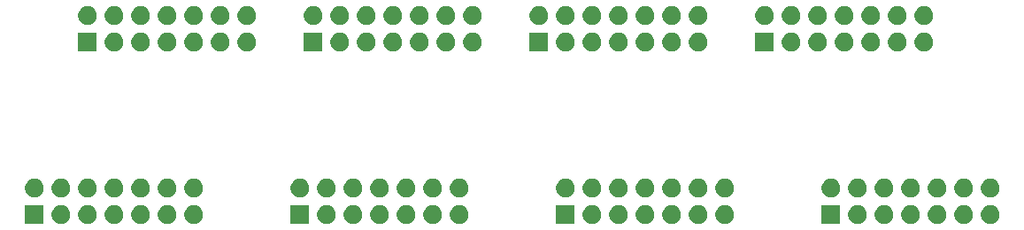
<source format=gbr>
G04 #@! TF.GenerationSoftware,KiCad,Pcbnew,(5.1.5)-3*
G04 #@! TF.CreationDate,2021-06-17T22:22:24-07:00*
G04 #@! TF.ProjectId,Adapter,41646170-7465-4722-9e6b-696361645f70,rev?*
G04 #@! TF.SameCoordinates,Original*
G04 #@! TF.FileFunction,Soldermask,Top*
G04 #@! TF.FilePolarity,Negative*
%FSLAX46Y46*%
G04 Gerber Fmt 4.6, Leading zero omitted, Abs format (unit mm)*
G04 Created by KiCad (PCBNEW (5.1.5)-3) date 2021-06-17 22:22:24*
%MOMM*%
%LPD*%
G04 APERTURE LIST*
%ADD10C,0.100000*%
G04 APERTURE END LIST*
D10*
G36*
X223151000Y-161556000D02*
G01*
X221349000Y-161556000D01*
X221349000Y-159754000D01*
X223151000Y-159754000D01*
X223151000Y-161556000D01*
G37*
G36*
X186803512Y-159758927D02*
G01*
X186952812Y-159788624D01*
X187116784Y-159856544D01*
X187264354Y-159955147D01*
X187389853Y-160080646D01*
X187488456Y-160228216D01*
X187556376Y-160392188D01*
X187591000Y-160566259D01*
X187591000Y-160743741D01*
X187556376Y-160917812D01*
X187488456Y-161081784D01*
X187389853Y-161229354D01*
X187264354Y-161354853D01*
X187116784Y-161453456D01*
X186952812Y-161521376D01*
X186803512Y-161551073D01*
X186778742Y-161556000D01*
X186601258Y-161556000D01*
X186576488Y-161551073D01*
X186427188Y-161521376D01*
X186263216Y-161453456D01*
X186115646Y-161354853D01*
X185990147Y-161229354D01*
X185891544Y-161081784D01*
X185823624Y-160917812D01*
X185789000Y-160743741D01*
X185789000Y-160566259D01*
X185823624Y-160392188D01*
X185891544Y-160228216D01*
X185990147Y-160080646D01*
X186115646Y-159955147D01*
X186263216Y-159856544D01*
X186427188Y-159788624D01*
X186576488Y-159758927D01*
X186601258Y-159754000D01*
X186778742Y-159754000D01*
X186803512Y-159758927D01*
G37*
G36*
X212203512Y-159758927D02*
G01*
X212352812Y-159788624D01*
X212516784Y-159856544D01*
X212664354Y-159955147D01*
X212789853Y-160080646D01*
X212888456Y-160228216D01*
X212956376Y-160392188D01*
X212991000Y-160566259D01*
X212991000Y-160743741D01*
X212956376Y-160917812D01*
X212888456Y-161081784D01*
X212789853Y-161229354D01*
X212664354Y-161354853D01*
X212516784Y-161453456D01*
X212352812Y-161521376D01*
X212203512Y-161551073D01*
X212178742Y-161556000D01*
X212001258Y-161556000D01*
X211976488Y-161551073D01*
X211827188Y-161521376D01*
X211663216Y-161453456D01*
X211515646Y-161354853D01*
X211390147Y-161229354D01*
X211291544Y-161081784D01*
X211223624Y-160917812D01*
X211189000Y-160743741D01*
X211189000Y-160566259D01*
X211223624Y-160392188D01*
X211291544Y-160228216D01*
X211390147Y-160080646D01*
X211515646Y-159955147D01*
X211663216Y-159856544D01*
X211827188Y-159788624D01*
X211976488Y-159758927D01*
X212001258Y-159754000D01*
X212178742Y-159754000D01*
X212203512Y-159758927D01*
G37*
G36*
X209663512Y-159758927D02*
G01*
X209812812Y-159788624D01*
X209976784Y-159856544D01*
X210124354Y-159955147D01*
X210249853Y-160080646D01*
X210348456Y-160228216D01*
X210416376Y-160392188D01*
X210451000Y-160566259D01*
X210451000Y-160743741D01*
X210416376Y-160917812D01*
X210348456Y-161081784D01*
X210249853Y-161229354D01*
X210124354Y-161354853D01*
X209976784Y-161453456D01*
X209812812Y-161521376D01*
X209663512Y-161551073D01*
X209638742Y-161556000D01*
X209461258Y-161556000D01*
X209436488Y-161551073D01*
X209287188Y-161521376D01*
X209123216Y-161453456D01*
X208975646Y-161354853D01*
X208850147Y-161229354D01*
X208751544Y-161081784D01*
X208683624Y-160917812D01*
X208649000Y-160743741D01*
X208649000Y-160566259D01*
X208683624Y-160392188D01*
X208751544Y-160228216D01*
X208850147Y-160080646D01*
X208975646Y-159955147D01*
X209123216Y-159856544D01*
X209287188Y-159788624D01*
X209436488Y-159758927D01*
X209461258Y-159754000D01*
X209638742Y-159754000D01*
X209663512Y-159758927D01*
G37*
G36*
X207123512Y-159758927D02*
G01*
X207272812Y-159788624D01*
X207436784Y-159856544D01*
X207584354Y-159955147D01*
X207709853Y-160080646D01*
X207808456Y-160228216D01*
X207876376Y-160392188D01*
X207911000Y-160566259D01*
X207911000Y-160743741D01*
X207876376Y-160917812D01*
X207808456Y-161081784D01*
X207709853Y-161229354D01*
X207584354Y-161354853D01*
X207436784Y-161453456D01*
X207272812Y-161521376D01*
X207123512Y-161551073D01*
X207098742Y-161556000D01*
X206921258Y-161556000D01*
X206896488Y-161551073D01*
X206747188Y-161521376D01*
X206583216Y-161453456D01*
X206435646Y-161354853D01*
X206310147Y-161229354D01*
X206211544Y-161081784D01*
X206143624Y-160917812D01*
X206109000Y-160743741D01*
X206109000Y-160566259D01*
X206143624Y-160392188D01*
X206211544Y-160228216D01*
X206310147Y-160080646D01*
X206435646Y-159955147D01*
X206583216Y-159856544D01*
X206747188Y-159788624D01*
X206896488Y-159758927D01*
X206921258Y-159754000D01*
X207098742Y-159754000D01*
X207123512Y-159758927D01*
G37*
G36*
X204583512Y-159758927D02*
G01*
X204732812Y-159788624D01*
X204896784Y-159856544D01*
X205044354Y-159955147D01*
X205169853Y-160080646D01*
X205268456Y-160228216D01*
X205336376Y-160392188D01*
X205371000Y-160566259D01*
X205371000Y-160743741D01*
X205336376Y-160917812D01*
X205268456Y-161081784D01*
X205169853Y-161229354D01*
X205044354Y-161354853D01*
X204896784Y-161453456D01*
X204732812Y-161521376D01*
X204583512Y-161551073D01*
X204558742Y-161556000D01*
X204381258Y-161556000D01*
X204356488Y-161551073D01*
X204207188Y-161521376D01*
X204043216Y-161453456D01*
X203895646Y-161354853D01*
X203770147Y-161229354D01*
X203671544Y-161081784D01*
X203603624Y-160917812D01*
X203569000Y-160743741D01*
X203569000Y-160566259D01*
X203603624Y-160392188D01*
X203671544Y-160228216D01*
X203770147Y-160080646D01*
X203895646Y-159955147D01*
X204043216Y-159856544D01*
X204207188Y-159788624D01*
X204356488Y-159758927D01*
X204381258Y-159754000D01*
X204558742Y-159754000D01*
X204583512Y-159758927D01*
G37*
G36*
X202043512Y-159758927D02*
G01*
X202192812Y-159788624D01*
X202356784Y-159856544D01*
X202504354Y-159955147D01*
X202629853Y-160080646D01*
X202728456Y-160228216D01*
X202796376Y-160392188D01*
X202831000Y-160566259D01*
X202831000Y-160743741D01*
X202796376Y-160917812D01*
X202728456Y-161081784D01*
X202629853Y-161229354D01*
X202504354Y-161354853D01*
X202356784Y-161453456D01*
X202192812Y-161521376D01*
X202043512Y-161551073D01*
X202018742Y-161556000D01*
X201841258Y-161556000D01*
X201816488Y-161551073D01*
X201667188Y-161521376D01*
X201503216Y-161453456D01*
X201355646Y-161354853D01*
X201230147Y-161229354D01*
X201131544Y-161081784D01*
X201063624Y-160917812D01*
X201029000Y-160743741D01*
X201029000Y-160566259D01*
X201063624Y-160392188D01*
X201131544Y-160228216D01*
X201230147Y-160080646D01*
X201355646Y-159955147D01*
X201503216Y-159856544D01*
X201667188Y-159788624D01*
X201816488Y-159758927D01*
X201841258Y-159754000D01*
X202018742Y-159754000D01*
X202043512Y-159758927D01*
G37*
G36*
X199503512Y-159758927D02*
G01*
X199652812Y-159788624D01*
X199816784Y-159856544D01*
X199964354Y-159955147D01*
X200089853Y-160080646D01*
X200188456Y-160228216D01*
X200256376Y-160392188D01*
X200291000Y-160566259D01*
X200291000Y-160743741D01*
X200256376Y-160917812D01*
X200188456Y-161081784D01*
X200089853Y-161229354D01*
X199964354Y-161354853D01*
X199816784Y-161453456D01*
X199652812Y-161521376D01*
X199503512Y-161551073D01*
X199478742Y-161556000D01*
X199301258Y-161556000D01*
X199276488Y-161551073D01*
X199127188Y-161521376D01*
X198963216Y-161453456D01*
X198815646Y-161354853D01*
X198690147Y-161229354D01*
X198591544Y-161081784D01*
X198523624Y-160917812D01*
X198489000Y-160743741D01*
X198489000Y-160566259D01*
X198523624Y-160392188D01*
X198591544Y-160228216D01*
X198690147Y-160080646D01*
X198815646Y-159955147D01*
X198963216Y-159856544D01*
X199127188Y-159788624D01*
X199276488Y-159758927D01*
X199301258Y-159754000D01*
X199478742Y-159754000D01*
X199503512Y-159758927D01*
G37*
G36*
X197751000Y-161556000D02*
G01*
X195949000Y-161556000D01*
X195949000Y-159754000D01*
X197751000Y-159754000D01*
X197751000Y-161556000D01*
G37*
G36*
X172351000Y-161556000D02*
G01*
X170549000Y-161556000D01*
X170549000Y-159754000D01*
X172351000Y-159754000D01*
X172351000Y-161556000D01*
G37*
G36*
X174103512Y-159758927D02*
G01*
X174252812Y-159788624D01*
X174416784Y-159856544D01*
X174564354Y-159955147D01*
X174689853Y-160080646D01*
X174788456Y-160228216D01*
X174856376Y-160392188D01*
X174891000Y-160566259D01*
X174891000Y-160743741D01*
X174856376Y-160917812D01*
X174788456Y-161081784D01*
X174689853Y-161229354D01*
X174564354Y-161354853D01*
X174416784Y-161453456D01*
X174252812Y-161521376D01*
X174103512Y-161551073D01*
X174078742Y-161556000D01*
X173901258Y-161556000D01*
X173876488Y-161551073D01*
X173727188Y-161521376D01*
X173563216Y-161453456D01*
X173415646Y-161354853D01*
X173290147Y-161229354D01*
X173191544Y-161081784D01*
X173123624Y-160917812D01*
X173089000Y-160743741D01*
X173089000Y-160566259D01*
X173123624Y-160392188D01*
X173191544Y-160228216D01*
X173290147Y-160080646D01*
X173415646Y-159955147D01*
X173563216Y-159856544D01*
X173727188Y-159788624D01*
X173876488Y-159758927D01*
X173901258Y-159754000D01*
X174078742Y-159754000D01*
X174103512Y-159758927D01*
G37*
G36*
X176643512Y-159758927D02*
G01*
X176792812Y-159788624D01*
X176956784Y-159856544D01*
X177104354Y-159955147D01*
X177229853Y-160080646D01*
X177328456Y-160228216D01*
X177396376Y-160392188D01*
X177431000Y-160566259D01*
X177431000Y-160743741D01*
X177396376Y-160917812D01*
X177328456Y-161081784D01*
X177229853Y-161229354D01*
X177104354Y-161354853D01*
X176956784Y-161453456D01*
X176792812Y-161521376D01*
X176643512Y-161551073D01*
X176618742Y-161556000D01*
X176441258Y-161556000D01*
X176416488Y-161551073D01*
X176267188Y-161521376D01*
X176103216Y-161453456D01*
X175955646Y-161354853D01*
X175830147Y-161229354D01*
X175731544Y-161081784D01*
X175663624Y-160917812D01*
X175629000Y-160743741D01*
X175629000Y-160566259D01*
X175663624Y-160392188D01*
X175731544Y-160228216D01*
X175830147Y-160080646D01*
X175955646Y-159955147D01*
X176103216Y-159856544D01*
X176267188Y-159788624D01*
X176416488Y-159758927D01*
X176441258Y-159754000D01*
X176618742Y-159754000D01*
X176643512Y-159758927D01*
G37*
G36*
X179183512Y-159758927D02*
G01*
X179332812Y-159788624D01*
X179496784Y-159856544D01*
X179644354Y-159955147D01*
X179769853Y-160080646D01*
X179868456Y-160228216D01*
X179936376Y-160392188D01*
X179971000Y-160566259D01*
X179971000Y-160743741D01*
X179936376Y-160917812D01*
X179868456Y-161081784D01*
X179769853Y-161229354D01*
X179644354Y-161354853D01*
X179496784Y-161453456D01*
X179332812Y-161521376D01*
X179183512Y-161551073D01*
X179158742Y-161556000D01*
X178981258Y-161556000D01*
X178956488Y-161551073D01*
X178807188Y-161521376D01*
X178643216Y-161453456D01*
X178495646Y-161354853D01*
X178370147Y-161229354D01*
X178271544Y-161081784D01*
X178203624Y-160917812D01*
X178169000Y-160743741D01*
X178169000Y-160566259D01*
X178203624Y-160392188D01*
X178271544Y-160228216D01*
X178370147Y-160080646D01*
X178495646Y-159955147D01*
X178643216Y-159856544D01*
X178807188Y-159788624D01*
X178956488Y-159758927D01*
X178981258Y-159754000D01*
X179158742Y-159754000D01*
X179183512Y-159758927D01*
G37*
G36*
X181723512Y-159758927D02*
G01*
X181872812Y-159788624D01*
X182036784Y-159856544D01*
X182184354Y-159955147D01*
X182309853Y-160080646D01*
X182408456Y-160228216D01*
X182476376Y-160392188D01*
X182511000Y-160566259D01*
X182511000Y-160743741D01*
X182476376Y-160917812D01*
X182408456Y-161081784D01*
X182309853Y-161229354D01*
X182184354Y-161354853D01*
X182036784Y-161453456D01*
X181872812Y-161521376D01*
X181723512Y-161551073D01*
X181698742Y-161556000D01*
X181521258Y-161556000D01*
X181496488Y-161551073D01*
X181347188Y-161521376D01*
X181183216Y-161453456D01*
X181035646Y-161354853D01*
X180910147Y-161229354D01*
X180811544Y-161081784D01*
X180743624Y-160917812D01*
X180709000Y-160743741D01*
X180709000Y-160566259D01*
X180743624Y-160392188D01*
X180811544Y-160228216D01*
X180910147Y-160080646D01*
X181035646Y-159955147D01*
X181183216Y-159856544D01*
X181347188Y-159788624D01*
X181496488Y-159758927D01*
X181521258Y-159754000D01*
X181698742Y-159754000D01*
X181723512Y-159758927D01*
G37*
G36*
X184263512Y-159758927D02*
G01*
X184412812Y-159788624D01*
X184576784Y-159856544D01*
X184724354Y-159955147D01*
X184849853Y-160080646D01*
X184948456Y-160228216D01*
X185016376Y-160392188D01*
X185051000Y-160566259D01*
X185051000Y-160743741D01*
X185016376Y-160917812D01*
X184948456Y-161081784D01*
X184849853Y-161229354D01*
X184724354Y-161354853D01*
X184576784Y-161453456D01*
X184412812Y-161521376D01*
X184263512Y-161551073D01*
X184238742Y-161556000D01*
X184061258Y-161556000D01*
X184036488Y-161551073D01*
X183887188Y-161521376D01*
X183723216Y-161453456D01*
X183575646Y-161354853D01*
X183450147Y-161229354D01*
X183351544Y-161081784D01*
X183283624Y-160917812D01*
X183249000Y-160743741D01*
X183249000Y-160566259D01*
X183283624Y-160392188D01*
X183351544Y-160228216D01*
X183450147Y-160080646D01*
X183575646Y-159955147D01*
X183723216Y-159856544D01*
X183887188Y-159788624D01*
X184036488Y-159758927D01*
X184061258Y-159754000D01*
X184238742Y-159754000D01*
X184263512Y-159758927D01*
G37*
G36*
X148703512Y-159758927D02*
G01*
X148852812Y-159788624D01*
X149016784Y-159856544D01*
X149164354Y-159955147D01*
X149289853Y-160080646D01*
X149388456Y-160228216D01*
X149456376Y-160392188D01*
X149491000Y-160566259D01*
X149491000Y-160743741D01*
X149456376Y-160917812D01*
X149388456Y-161081784D01*
X149289853Y-161229354D01*
X149164354Y-161354853D01*
X149016784Y-161453456D01*
X148852812Y-161521376D01*
X148703512Y-161551073D01*
X148678742Y-161556000D01*
X148501258Y-161556000D01*
X148476488Y-161551073D01*
X148327188Y-161521376D01*
X148163216Y-161453456D01*
X148015646Y-161354853D01*
X147890147Y-161229354D01*
X147791544Y-161081784D01*
X147723624Y-160917812D01*
X147689000Y-160743741D01*
X147689000Y-160566259D01*
X147723624Y-160392188D01*
X147791544Y-160228216D01*
X147890147Y-160080646D01*
X148015646Y-159955147D01*
X148163216Y-159856544D01*
X148327188Y-159788624D01*
X148476488Y-159758927D01*
X148501258Y-159754000D01*
X148678742Y-159754000D01*
X148703512Y-159758927D01*
G37*
G36*
X146951000Y-161556000D02*
G01*
X145149000Y-161556000D01*
X145149000Y-159754000D01*
X146951000Y-159754000D01*
X146951000Y-161556000D01*
G37*
G36*
X224903512Y-159758927D02*
G01*
X225052812Y-159788624D01*
X225216784Y-159856544D01*
X225364354Y-159955147D01*
X225489853Y-160080646D01*
X225588456Y-160228216D01*
X225656376Y-160392188D01*
X225691000Y-160566259D01*
X225691000Y-160743741D01*
X225656376Y-160917812D01*
X225588456Y-161081784D01*
X225489853Y-161229354D01*
X225364354Y-161354853D01*
X225216784Y-161453456D01*
X225052812Y-161521376D01*
X224903512Y-161551073D01*
X224878742Y-161556000D01*
X224701258Y-161556000D01*
X224676488Y-161551073D01*
X224527188Y-161521376D01*
X224363216Y-161453456D01*
X224215646Y-161354853D01*
X224090147Y-161229354D01*
X223991544Y-161081784D01*
X223923624Y-160917812D01*
X223889000Y-160743741D01*
X223889000Y-160566259D01*
X223923624Y-160392188D01*
X223991544Y-160228216D01*
X224090147Y-160080646D01*
X224215646Y-159955147D01*
X224363216Y-159856544D01*
X224527188Y-159788624D01*
X224676488Y-159758927D01*
X224701258Y-159754000D01*
X224878742Y-159754000D01*
X224903512Y-159758927D01*
G37*
G36*
X227443512Y-159758927D02*
G01*
X227592812Y-159788624D01*
X227756784Y-159856544D01*
X227904354Y-159955147D01*
X228029853Y-160080646D01*
X228128456Y-160228216D01*
X228196376Y-160392188D01*
X228231000Y-160566259D01*
X228231000Y-160743741D01*
X228196376Y-160917812D01*
X228128456Y-161081784D01*
X228029853Y-161229354D01*
X227904354Y-161354853D01*
X227756784Y-161453456D01*
X227592812Y-161521376D01*
X227443512Y-161551073D01*
X227418742Y-161556000D01*
X227241258Y-161556000D01*
X227216488Y-161551073D01*
X227067188Y-161521376D01*
X226903216Y-161453456D01*
X226755646Y-161354853D01*
X226630147Y-161229354D01*
X226531544Y-161081784D01*
X226463624Y-160917812D01*
X226429000Y-160743741D01*
X226429000Y-160566259D01*
X226463624Y-160392188D01*
X226531544Y-160228216D01*
X226630147Y-160080646D01*
X226755646Y-159955147D01*
X226903216Y-159856544D01*
X227067188Y-159788624D01*
X227216488Y-159758927D01*
X227241258Y-159754000D01*
X227418742Y-159754000D01*
X227443512Y-159758927D01*
G37*
G36*
X229983512Y-159758927D02*
G01*
X230132812Y-159788624D01*
X230296784Y-159856544D01*
X230444354Y-159955147D01*
X230569853Y-160080646D01*
X230668456Y-160228216D01*
X230736376Y-160392188D01*
X230771000Y-160566259D01*
X230771000Y-160743741D01*
X230736376Y-160917812D01*
X230668456Y-161081784D01*
X230569853Y-161229354D01*
X230444354Y-161354853D01*
X230296784Y-161453456D01*
X230132812Y-161521376D01*
X229983512Y-161551073D01*
X229958742Y-161556000D01*
X229781258Y-161556000D01*
X229756488Y-161551073D01*
X229607188Y-161521376D01*
X229443216Y-161453456D01*
X229295646Y-161354853D01*
X229170147Y-161229354D01*
X229071544Y-161081784D01*
X229003624Y-160917812D01*
X228969000Y-160743741D01*
X228969000Y-160566259D01*
X229003624Y-160392188D01*
X229071544Y-160228216D01*
X229170147Y-160080646D01*
X229295646Y-159955147D01*
X229443216Y-159856544D01*
X229607188Y-159788624D01*
X229756488Y-159758927D01*
X229781258Y-159754000D01*
X229958742Y-159754000D01*
X229983512Y-159758927D01*
G37*
G36*
X232523512Y-159758927D02*
G01*
X232672812Y-159788624D01*
X232836784Y-159856544D01*
X232984354Y-159955147D01*
X233109853Y-160080646D01*
X233208456Y-160228216D01*
X233276376Y-160392188D01*
X233311000Y-160566259D01*
X233311000Y-160743741D01*
X233276376Y-160917812D01*
X233208456Y-161081784D01*
X233109853Y-161229354D01*
X232984354Y-161354853D01*
X232836784Y-161453456D01*
X232672812Y-161521376D01*
X232523512Y-161551073D01*
X232498742Y-161556000D01*
X232321258Y-161556000D01*
X232296488Y-161551073D01*
X232147188Y-161521376D01*
X231983216Y-161453456D01*
X231835646Y-161354853D01*
X231710147Y-161229354D01*
X231611544Y-161081784D01*
X231543624Y-160917812D01*
X231509000Y-160743741D01*
X231509000Y-160566259D01*
X231543624Y-160392188D01*
X231611544Y-160228216D01*
X231710147Y-160080646D01*
X231835646Y-159955147D01*
X231983216Y-159856544D01*
X232147188Y-159788624D01*
X232296488Y-159758927D01*
X232321258Y-159754000D01*
X232498742Y-159754000D01*
X232523512Y-159758927D01*
G37*
G36*
X235063512Y-159758927D02*
G01*
X235212812Y-159788624D01*
X235376784Y-159856544D01*
X235524354Y-159955147D01*
X235649853Y-160080646D01*
X235748456Y-160228216D01*
X235816376Y-160392188D01*
X235851000Y-160566259D01*
X235851000Y-160743741D01*
X235816376Y-160917812D01*
X235748456Y-161081784D01*
X235649853Y-161229354D01*
X235524354Y-161354853D01*
X235376784Y-161453456D01*
X235212812Y-161521376D01*
X235063512Y-161551073D01*
X235038742Y-161556000D01*
X234861258Y-161556000D01*
X234836488Y-161551073D01*
X234687188Y-161521376D01*
X234523216Y-161453456D01*
X234375646Y-161354853D01*
X234250147Y-161229354D01*
X234151544Y-161081784D01*
X234083624Y-160917812D01*
X234049000Y-160743741D01*
X234049000Y-160566259D01*
X234083624Y-160392188D01*
X234151544Y-160228216D01*
X234250147Y-160080646D01*
X234375646Y-159955147D01*
X234523216Y-159856544D01*
X234687188Y-159788624D01*
X234836488Y-159758927D01*
X234861258Y-159754000D01*
X235038742Y-159754000D01*
X235063512Y-159758927D01*
G37*
G36*
X237603512Y-159758927D02*
G01*
X237752812Y-159788624D01*
X237916784Y-159856544D01*
X238064354Y-159955147D01*
X238189853Y-160080646D01*
X238288456Y-160228216D01*
X238356376Y-160392188D01*
X238391000Y-160566259D01*
X238391000Y-160743741D01*
X238356376Y-160917812D01*
X238288456Y-161081784D01*
X238189853Y-161229354D01*
X238064354Y-161354853D01*
X237916784Y-161453456D01*
X237752812Y-161521376D01*
X237603512Y-161551073D01*
X237578742Y-161556000D01*
X237401258Y-161556000D01*
X237376488Y-161551073D01*
X237227188Y-161521376D01*
X237063216Y-161453456D01*
X236915646Y-161354853D01*
X236790147Y-161229354D01*
X236691544Y-161081784D01*
X236623624Y-160917812D01*
X236589000Y-160743741D01*
X236589000Y-160566259D01*
X236623624Y-160392188D01*
X236691544Y-160228216D01*
X236790147Y-160080646D01*
X236915646Y-159955147D01*
X237063216Y-159856544D01*
X237227188Y-159788624D01*
X237376488Y-159758927D01*
X237401258Y-159754000D01*
X237578742Y-159754000D01*
X237603512Y-159758927D01*
G37*
G36*
X161403512Y-159758927D02*
G01*
X161552812Y-159788624D01*
X161716784Y-159856544D01*
X161864354Y-159955147D01*
X161989853Y-160080646D01*
X162088456Y-160228216D01*
X162156376Y-160392188D01*
X162191000Y-160566259D01*
X162191000Y-160743741D01*
X162156376Y-160917812D01*
X162088456Y-161081784D01*
X161989853Y-161229354D01*
X161864354Y-161354853D01*
X161716784Y-161453456D01*
X161552812Y-161521376D01*
X161403512Y-161551073D01*
X161378742Y-161556000D01*
X161201258Y-161556000D01*
X161176488Y-161551073D01*
X161027188Y-161521376D01*
X160863216Y-161453456D01*
X160715646Y-161354853D01*
X160590147Y-161229354D01*
X160491544Y-161081784D01*
X160423624Y-160917812D01*
X160389000Y-160743741D01*
X160389000Y-160566259D01*
X160423624Y-160392188D01*
X160491544Y-160228216D01*
X160590147Y-160080646D01*
X160715646Y-159955147D01*
X160863216Y-159856544D01*
X161027188Y-159788624D01*
X161176488Y-159758927D01*
X161201258Y-159754000D01*
X161378742Y-159754000D01*
X161403512Y-159758927D01*
G37*
G36*
X158863512Y-159758927D02*
G01*
X159012812Y-159788624D01*
X159176784Y-159856544D01*
X159324354Y-159955147D01*
X159449853Y-160080646D01*
X159548456Y-160228216D01*
X159616376Y-160392188D01*
X159651000Y-160566259D01*
X159651000Y-160743741D01*
X159616376Y-160917812D01*
X159548456Y-161081784D01*
X159449853Y-161229354D01*
X159324354Y-161354853D01*
X159176784Y-161453456D01*
X159012812Y-161521376D01*
X158863512Y-161551073D01*
X158838742Y-161556000D01*
X158661258Y-161556000D01*
X158636488Y-161551073D01*
X158487188Y-161521376D01*
X158323216Y-161453456D01*
X158175646Y-161354853D01*
X158050147Y-161229354D01*
X157951544Y-161081784D01*
X157883624Y-160917812D01*
X157849000Y-160743741D01*
X157849000Y-160566259D01*
X157883624Y-160392188D01*
X157951544Y-160228216D01*
X158050147Y-160080646D01*
X158175646Y-159955147D01*
X158323216Y-159856544D01*
X158487188Y-159788624D01*
X158636488Y-159758927D01*
X158661258Y-159754000D01*
X158838742Y-159754000D01*
X158863512Y-159758927D01*
G37*
G36*
X156323512Y-159758927D02*
G01*
X156472812Y-159788624D01*
X156636784Y-159856544D01*
X156784354Y-159955147D01*
X156909853Y-160080646D01*
X157008456Y-160228216D01*
X157076376Y-160392188D01*
X157111000Y-160566259D01*
X157111000Y-160743741D01*
X157076376Y-160917812D01*
X157008456Y-161081784D01*
X156909853Y-161229354D01*
X156784354Y-161354853D01*
X156636784Y-161453456D01*
X156472812Y-161521376D01*
X156323512Y-161551073D01*
X156298742Y-161556000D01*
X156121258Y-161556000D01*
X156096488Y-161551073D01*
X155947188Y-161521376D01*
X155783216Y-161453456D01*
X155635646Y-161354853D01*
X155510147Y-161229354D01*
X155411544Y-161081784D01*
X155343624Y-160917812D01*
X155309000Y-160743741D01*
X155309000Y-160566259D01*
X155343624Y-160392188D01*
X155411544Y-160228216D01*
X155510147Y-160080646D01*
X155635646Y-159955147D01*
X155783216Y-159856544D01*
X155947188Y-159788624D01*
X156096488Y-159758927D01*
X156121258Y-159754000D01*
X156298742Y-159754000D01*
X156323512Y-159758927D01*
G37*
G36*
X153783512Y-159758927D02*
G01*
X153932812Y-159788624D01*
X154096784Y-159856544D01*
X154244354Y-159955147D01*
X154369853Y-160080646D01*
X154468456Y-160228216D01*
X154536376Y-160392188D01*
X154571000Y-160566259D01*
X154571000Y-160743741D01*
X154536376Y-160917812D01*
X154468456Y-161081784D01*
X154369853Y-161229354D01*
X154244354Y-161354853D01*
X154096784Y-161453456D01*
X153932812Y-161521376D01*
X153783512Y-161551073D01*
X153758742Y-161556000D01*
X153581258Y-161556000D01*
X153556488Y-161551073D01*
X153407188Y-161521376D01*
X153243216Y-161453456D01*
X153095646Y-161354853D01*
X152970147Y-161229354D01*
X152871544Y-161081784D01*
X152803624Y-160917812D01*
X152769000Y-160743741D01*
X152769000Y-160566259D01*
X152803624Y-160392188D01*
X152871544Y-160228216D01*
X152970147Y-160080646D01*
X153095646Y-159955147D01*
X153243216Y-159856544D01*
X153407188Y-159788624D01*
X153556488Y-159758927D01*
X153581258Y-159754000D01*
X153758742Y-159754000D01*
X153783512Y-159758927D01*
G37*
G36*
X151243512Y-159758927D02*
G01*
X151392812Y-159788624D01*
X151556784Y-159856544D01*
X151704354Y-159955147D01*
X151829853Y-160080646D01*
X151928456Y-160228216D01*
X151996376Y-160392188D01*
X152031000Y-160566259D01*
X152031000Y-160743741D01*
X151996376Y-160917812D01*
X151928456Y-161081784D01*
X151829853Y-161229354D01*
X151704354Y-161354853D01*
X151556784Y-161453456D01*
X151392812Y-161521376D01*
X151243512Y-161551073D01*
X151218742Y-161556000D01*
X151041258Y-161556000D01*
X151016488Y-161551073D01*
X150867188Y-161521376D01*
X150703216Y-161453456D01*
X150555646Y-161354853D01*
X150430147Y-161229354D01*
X150331544Y-161081784D01*
X150263624Y-160917812D01*
X150229000Y-160743741D01*
X150229000Y-160566259D01*
X150263624Y-160392188D01*
X150331544Y-160228216D01*
X150430147Y-160080646D01*
X150555646Y-159955147D01*
X150703216Y-159856544D01*
X150867188Y-159788624D01*
X151016488Y-159758927D01*
X151041258Y-159754000D01*
X151218742Y-159754000D01*
X151243512Y-159758927D01*
G37*
G36*
X202043512Y-157218927D02*
G01*
X202192812Y-157248624D01*
X202356784Y-157316544D01*
X202504354Y-157415147D01*
X202629853Y-157540646D01*
X202728456Y-157688216D01*
X202796376Y-157852188D01*
X202831000Y-158026259D01*
X202831000Y-158203741D01*
X202796376Y-158377812D01*
X202728456Y-158541784D01*
X202629853Y-158689354D01*
X202504354Y-158814853D01*
X202356784Y-158913456D01*
X202192812Y-158981376D01*
X202043512Y-159011073D01*
X202018742Y-159016000D01*
X201841258Y-159016000D01*
X201816488Y-159011073D01*
X201667188Y-158981376D01*
X201503216Y-158913456D01*
X201355646Y-158814853D01*
X201230147Y-158689354D01*
X201131544Y-158541784D01*
X201063624Y-158377812D01*
X201029000Y-158203741D01*
X201029000Y-158026259D01*
X201063624Y-157852188D01*
X201131544Y-157688216D01*
X201230147Y-157540646D01*
X201355646Y-157415147D01*
X201503216Y-157316544D01*
X201667188Y-157248624D01*
X201816488Y-157218927D01*
X201841258Y-157214000D01*
X202018742Y-157214000D01*
X202043512Y-157218927D01*
G37*
G36*
X199503512Y-157218927D02*
G01*
X199652812Y-157248624D01*
X199816784Y-157316544D01*
X199964354Y-157415147D01*
X200089853Y-157540646D01*
X200188456Y-157688216D01*
X200256376Y-157852188D01*
X200291000Y-158026259D01*
X200291000Y-158203741D01*
X200256376Y-158377812D01*
X200188456Y-158541784D01*
X200089853Y-158689354D01*
X199964354Y-158814853D01*
X199816784Y-158913456D01*
X199652812Y-158981376D01*
X199503512Y-159011073D01*
X199478742Y-159016000D01*
X199301258Y-159016000D01*
X199276488Y-159011073D01*
X199127188Y-158981376D01*
X198963216Y-158913456D01*
X198815646Y-158814853D01*
X198690147Y-158689354D01*
X198591544Y-158541784D01*
X198523624Y-158377812D01*
X198489000Y-158203741D01*
X198489000Y-158026259D01*
X198523624Y-157852188D01*
X198591544Y-157688216D01*
X198690147Y-157540646D01*
X198815646Y-157415147D01*
X198963216Y-157316544D01*
X199127188Y-157248624D01*
X199276488Y-157218927D01*
X199301258Y-157214000D01*
X199478742Y-157214000D01*
X199503512Y-157218927D01*
G37*
G36*
X196963512Y-157218927D02*
G01*
X197112812Y-157248624D01*
X197276784Y-157316544D01*
X197424354Y-157415147D01*
X197549853Y-157540646D01*
X197648456Y-157688216D01*
X197716376Y-157852188D01*
X197751000Y-158026259D01*
X197751000Y-158203741D01*
X197716376Y-158377812D01*
X197648456Y-158541784D01*
X197549853Y-158689354D01*
X197424354Y-158814853D01*
X197276784Y-158913456D01*
X197112812Y-158981376D01*
X196963512Y-159011073D01*
X196938742Y-159016000D01*
X196761258Y-159016000D01*
X196736488Y-159011073D01*
X196587188Y-158981376D01*
X196423216Y-158913456D01*
X196275646Y-158814853D01*
X196150147Y-158689354D01*
X196051544Y-158541784D01*
X195983624Y-158377812D01*
X195949000Y-158203741D01*
X195949000Y-158026259D01*
X195983624Y-157852188D01*
X196051544Y-157688216D01*
X196150147Y-157540646D01*
X196275646Y-157415147D01*
X196423216Y-157316544D01*
X196587188Y-157248624D01*
X196736488Y-157218927D01*
X196761258Y-157214000D01*
X196938742Y-157214000D01*
X196963512Y-157218927D01*
G37*
G36*
X171563512Y-157218927D02*
G01*
X171712812Y-157248624D01*
X171876784Y-157316544D01*
X172024354Y-157415147D01*
X172149853Y-157540646D01*
X172248456Y-157688216D01*
X172316376Y-157852188D01*
X172351000Y-158026259D01*
X172351000Y-158203741D01*
X172316376Y-158377812D01*
X172248456Y-158541784D01*
X172149853Y-158689354D01*
X172024354Y-158814853D01*
X171876784Y-158913456D01*
X171712812Y-158981376D01*
X171563512Y-159011073D01*
X171538742Y-159016000D01*
X171361258Y-159016000D01*
X171336488Y-159011073D01*
X171187188Y-158981376D01*
X171023216Y-158913456D01*
X170875646Y-158814853D01*
X170750147Y-158689354D01*
X170651544Y-158541784D01*
X170583624Y-158377812D01*
X170549000Y-158203741D01*
X170549000Y-158026259D01*
X170583624Y-157852188D01*
X170651544Y-157688216D01*
X170750147Y-157540646D01*
X170875646Y-157415147D01*
X171023216Y-157316544D01*
X171187188Y-157248624D01*
X171336488Y-157218927D01*
X171361258Y-157214000D01*
X171538742Y-157214000D01*
X171563512Y-157218927D01*
G37*
G36*
X174103512Y-157218927D02*
G01*
X174252812Y-157248624D01*
X174416784Y-157316544D01*
X174564354Y-157415147D01*
X174689853Y-157540646D01*
X174788456Y-157688216D01*
X174856376Y-157852188D01*
X174891000Y-158026259D01*
X174891000Y-158203741D01*
X174856376Y-158377812D01*
X174788456Y-158541784D01*
X174689853Y-158689354D01*
X174564354Y-158814853D01*
X174416784Y-158913456D01*
X174252812Y-158981376D01*
X174103512Y-159011073D01*
X174078742Y-159016000D01*
X173901258Y-159016000D01*
X173876488Y-159011073D01*
X173727188Y-158981376D01*
X173563216Y-158913456D01*
X173415646Y-158814853D01*
X173290147Y-158689354D01*
X173191544Y-158541784D01*
X173123624Y-158377812D01*
X173089000Y-158203741D01*
X173089000Y-158026259D01*
X173123624Y-157852188D01*
X173191544Y-157688216D01*
X173290147Y-157540646D01*
X173415646Y-157415147D01*
X173563216Y-157316544D01*
X173727188Y-157248624D01*
X173876488Y-157218927D01*
X173901258Y-157214000D01*
X174078742Y-157214000D01*
X174103512Y-157218927D01*
G37*
G36*
X156323512Y-157218927D02*
G01*
X156472812Y-157248624D01*
X156636784Y-157316544D01*
X156784354Y-157415147D01*
X156909853Y-157540646D01*
X157008456Y-157688216D01*
X157076376Y-157852188D01*
X157111000Y-158026259D01*
X157111000Y-158203741D01*
X157076376Y-158377812D01*
X157008456Y-158541784D01*
X156909853Y-158689354D01*
X156784354Y-158814853D01*
X156636784Y-158913456D01*
X156472812Y-158981376D01*
X156323512Y-159011073D01*
X156298742Y-159016000D01*
X156121258Y-159016000D01*
X156096488Y-159011073D01*
X155947188Y-158981376D01*
X155783216Y-158913456D01*
X155635646Y-158814853D01*
X155510147Y-158689354D01*
X155411544Y-158541784D01*
X155343624Y-158377812D01*
X155309000Y-158203741D01*
X155309000Y-158026259D01*
X155343624Y-157852188D01*
X155411544Y-157688216D01*
X155510147Y-157540646D01*
X155635646Y-157415147D01*
X155783216Y-157316544D01*
X155947188Y-157248624D01*
X156096488Y-157218927D01*
X156121258Y-157214000D01*
X156298742Y-157214000D01*
X156323512Y-157218927D01*
G37*
G36*
X179183512Y-157218927D02*
G01*
X179332812Y-157248624D01*
X179496784Y-157316544D01*
X179644354Y-157415147D01*
X179769853Y-157540646D01*
X179868456Y-157688216D01*
X179936376Y-157852188D01*
X179971000Y-158026259D01*
X179971000Y-158203741D01*
X179936376Y-158377812D01*
X179868456Y-158541784D01*
X179769853Y-158689354D01*
X179644354Y-158814853D01*
X179496784Y-158913456D01*
X179332812Y-158981376D01*
X179183512Y-159011073D01*
X179158742Y-159016000D01*
X178981258Y-159016000D01*
X178956488Y-159011073D01*
X178807188Y-158981376D01*
X178643216Y-158913456D01*
X178495646Y-158814853D01*
X178370147Y-158689354D01*
X178271544Y-158541784D01*
X178203624Y-158377812D01*
X178169000Y-158203741D01*
X178169000Y-158026259D01*
X178203624Y-157852188D01*
X178271544Y-157688216D01*
X178370147Y-157540646D01*
X178495646Y-157415147D01*
X178643216Y-157316544D01*
X178807188Y-157248624D01*
X178956488Y-157218927D01*
X178981258Y-157214000D01*
X179158742Y-157214000D01*
X179183512Y-157218927D01*
G37*
G36*
X181723512Y-157218927D02*
G01*
X181872812Y-157248624D01*
X182036784Y-157316544D01*
X182184354Y-157415147D01*
X182309853Y-157540646D01*
X182408456Y-157688216D01*
X182476376Y-157852188D01*
X182511000Y-158026259D01*
X182511000Y-158203741D01*
X182476376Y-158377812D01*
X182408456Y-158541784D01*
X182309853Y-158689354D01*
X182184354Y-158814853D01*
X182036784Y-158913456D01*
X181872812Y-158981376D01*
X181723512Y-159011073D01*
X181698742Y-159016000D01*
X181521258Y-159016000D01*
X181496488Y-159011073D01*
X181347188Y-158981376D01*
X181183216Y-158913456D01*
X181035646Y-158814853D01*
X180910147Y-158689354D01*
X180811544Y-158541784D01*
X180743624Y-158377812D01*
X180709000Y-158203741D01*
X180709000Y-158026259D01*
X180743624Y-157852188D01*
X180811544Y-157688216D01*
X180910147Y-157540646D01*
X181035646Y-157415147D01*
X181183216Y-157316544D01*
X181347188Y-157248624D01*
X181496488Y-157218927D01*
X181521258Y-157214000D01*
X181698742Y-157214000D01*
X181723512Y-157218927D01*
G37*
G36*
X184263512Y-157218927D02*
G01*
X184412812Y-157248624D01*
X184576784Y-157316544D01*
X184724354Y-157415147D01*
X184849853Y-157540646D01*
X184948456Y-157688216D01*
X185016376Y-157852188D01*
X185051000Y-158026259D01*
X185051000Y-158203741D01*
X185016376Y-158377812D01*
X184948456Y-158541784D01*
X184849853Y-158689354D01*
X184724354Y-158814853D01*
X184576784Y-158913456D01*
X184412812Y-158981376D01*
X184263512Y-159011073D01*
X184238742Y-159016000D01*
X184061258Y-159016000D01*
X184036488Y-159011073D01*
X183887188Y-158981376D01*
X183723216Y-158913456D01*
X183575646Y-158814853D01*
X183450147Y-158689354D01*
X183351544Y-158541784D01*
X183283624Y-158377812D01*
X183249000Y-158203741D01*
X183249000Y-158026259D01*
X183283624Y-157852188D01*
X183351544Y-157688216D01*
X183450147Y-157540646D01*
X183575646Y-157415147D01*
X183723216Y-157316544D01*
X183887188Y-157248624D01*
X184036488Y-157218927D01*
X184061258Y-157214000D01*
X184238742Y-157214000D01*
X184263512Y-157218927D01*
G37*
G36*
X146163512Y-157218927D02*
G01*
X146312812Y-157248624D01*
X146476784Y-157316544D01*
X146624354Y-157415147D01*
X146749853Y-157540646D01*
X146848456Y-157688216D01*
X146916376Y-157852188D01*
X146951000Y-158026259D01*
X146951000Y-158203741D01*
X146916376Y-158377812D01*
X146848456Y-158541784D01*
X146749853Y-158689354D01*
X146624354Y-158814853D01*
X146476784Y-158913456D01*
X146312812Y-158981376D01*
X146163512Y-159011073D01*
X146138742Y-159016000D01*
X145961258Y-159016000D01*
X145936488Y-159011073D01*
X145787188Y-158981376D01*
X145623216Y-158913456D01*
X145475646Y-158814853D01*
X145350147Y-158689354D01*
X145251544Y-158541784D01*
X145183624Y-158377812D01*
X145149000Y-158203741D01*
X145149000Y-158026259D01*
X145183624Y-157852188D01*
X145251544Y-157688216D01*
X145350147Y-157540646D01*
X145475646Y-157415147D01*
X145623216Y-157316544D01*
X145787188Y-157248624D01*
X145936488Y-157218927D01*
X145961258Y-157214000D01*
X146138742Y-157214000D01*
X146163512Y-157218927D01*
G37*
G36*
X148703512Y-157218927D02*
G01*
X148852812Y-157248624D01*
X149016784Y-157316544D01*
X149164354Y-157415147D01*
X149289853Y-157540646D01*
X149388456Y-157688216D01*
X149456376Y-157852188D01*
X149491000Y-158026259D01*
X149491000Y-158203741D01*
X149456376Y-158377812D01*
X149388456Y-158541784D01*
X149289853Y-158689354D01*
X149164354Y-158814853D01*
X149016784Y-158913456D01*
X148852812Y-158981376D01*
X148703512Y-159011073D01*
X148678742Y-159016000D01*
X148501258Y-159016000D01*
X148476488Y-159011073D01*
X148327188Y-158981376D01*
X148163216Y-158913456D01*
X148015646Y-158814853D01*
X147890147Y-158689354D01*
X147791544Y-158541784D01*
X147723624Y-158377812D01*
X147689000Y-158203741D01*
X147689000Y-158026259D01*
X147723624Y-157852188D01*
X147791544Y-157688216D01*
X147890147Y-157540646D01*
X148015646Y-157415147D01*
X148163216Y-157316544D01*
X148327188Y-157248624D01*
X148476488Y-157218927D01*
X148501258Y-157214000D01*
X148678742Y-157214000D01*
X148703512Y-157218927D01*
G37*
G36*
X151243512Y-157218927D02*
G01*
X151392812Y-157248624D01*
X151556784Y-157316544D01*
X151704354Y-157415147D01*
X151829853Y-157540646D01*
X151928456Y-157688216D01*
X151996376Y-157852188D01*
X152031000Y-158026259D01*
X152031000Y-158203741D01*
X151996376Y-158377812D01*
X151928456Y-158541784D01*
X151829853Y-158689354D01*
X151704354Y-158814853D01*
X151556784Y-158913456D01*
X151392812Y-158981376D01*
X151243512Y-159011073D01*
X151218742Y-159016000D01*
X151041258Y-159016000D01*
X151016488Y-159011073D01*
X150867188Y-158981376D01*
X150703216Y-158913456D01*
X150555646Y-158814853D01*
X150430147Y-158689354D01*
X150331544Y-158541784D01*
X150263624Y-158377812D01*
X150229000Y-158203741D01*
X150229000Y-158026259D01*
X150263624Y-157852188D01*
X150331544Y-157688216D01*
X150430147Y-157540646D01*
X150555646Y-157415147D01*
X150703216Y-157316544D01*
X150867188Y-157248624D01*
X151016488Y-157218927D01*
X151041258Y-157214000D01*
X151218742Y-157214000D01*
X151243512Y-157218927D01*
G37*
G36*
X153783512Y-157218927D02*
G01*
X153932812Y-157248624D01*
X154096784Y-157316544D01*
X154244354Y-157415147D01*
X154369853Y-157540646D01*
X154468456Y-157688216D01*
X154536376Y-157852188D01*
X154571000Y-158026259D01*
X154571000Y-158203741D01*
X154536376Y-158377812D01*
X154468456Y-158541784D01*
X154369853Y-158689354D01*
X154244354Y-158814853D01*
X154096784Y-158913456D01*
X153932812Y-158981376D01*
X153783512Y-159011073D01*
X153758742Y-159016000D01*
X153581258Y-159016000D01*
X153556488Y-159011073D01*
X153407188Y-158981376D01*
X153243216Y-158913456D01*
X153095646Y-158814853D01*
X152970147Y-158689354D01*
X152871544Y-158541784D01*
X152803624Y-158377812D01*
X152769000Y-158203741D01*
X152769000Y-158026259D01*
X152803624Y-157852188D01*
X152871544Y-157688216D01*
X152970147Y-157540646D01*
X153095646Y-157415147D01*
X153243216Y-157316544D01*
X153407188Y-157248624D01*
X153556488Y-157218927D01*
X153581258Y-157214000D01*
X153758742Y-157214000D01*
X153783512Y-157218927D01*
G37*
G36*
X158863512Y-157218927D02*
G01*
X159012812Y-157248624D01*
X159176784Y-157316544D01*
X159324354Y-157415147D01*
X159449853Y-157540646D01*
X159548456Y-157688216D01*
X159616376Y-157852188D01*
X159651000Y-158026259D01*
X159651000Y-158203741D01*
X159616376Y-158377812D01*
X159548456Y-158541784D01*
X159449853Y-158689354D01*
X159324354Y-158814853D01*
X159176784Y-158913456D01*
X159012812Y-158981376D01*
X158863512Y-159011073D01*
X158838742Y-159016000D01*
X158661258Y-159016000D01*
X158636488Y-159011073D01*
X158487188Y-158981376D01*
X158323216Y-158913456D01*
X158175646Y-158814853D01*
X158050147Y-158689354D01*
X157951544Y-158541784D01*
X157883624Y-158377812D01*
X157849000Y-158203741D01*
X157849000Y-158026259D01*
X157883624Y-157852188D01*
X157951544Y-157688216D01*
X158050147Y-157540646D01*
X158175646Y-157415147D01*
X158323216Y-157316544D01*
X158487188Y-157248624D01*
X158636488Y-157218927D01*
X158661258Y-157214000D01*
X158838742Y-157214000D01*
X158863512Y-157218927D01*
G37*
G36*
X207123512Y-157218927D02*
G01*
X207272812Y-157248624D01*
X207436784Y-157316544D01*
X207584354Y-157415147D01*
X207709853Y-157540646D01*
X207808456Y-157688216D01*
X207876376Y-157852188D01*
X207911000Y-158026259D01*
X207911000Y-158203741D01*
X207876376Y-158377812D01*
X207808456Y-158541784D01*
X207709853Y-158689354D01*
X207584354Y-158814853D01*
X207436784Y-158913456D01*
X207272812Y-158981376D01*
X207123512Y-159011073D01*
X207098742Y-159016000D01*
X206921258Y-159016000D01*
X206896488Y-159011073D01*
X206747188Y-158981376D01*
X206583216Y-158913456D01*
X206435646Y-158814853D01*
X206310147Y-158689354D01*
X206211544Y-158541784D01*
X206143624Y-158377812D01*
X206109000Y-158203741D01*
X206109000Y-158026259D01*
X206143624Y-157852188D01*
X206211544Y-157688216D01*
X206310147Y-157540646D01*
X206435646Y-157415147D01*
X206583216Y-157316544D01*
X206747188Y-157248624D01*
X206896488Y-157218927D01*
X206921258Y-157214000D01*
X207098742Y-157214000D01*
X207123512Y-157218927D01*
G37*
G36*
X235063512Y-157218927D02*
G01*
X235212812Y-157248624D01*
X235376784Y-157316544D01*
X235524354Y-157415147D01*
X235649853Y-157540646D01*
X235748456Y-157688216D01*
X235816376Y-157852188D01*
X235851000Y-158026259D01*
X235851000Y-158203741D01*
X235816376Y-158377812D01*
X235748456Y-158541784D01*
X235649853Y-158689354D01*
X235524354Y-158814853D01*
X235376784Y-158913456D01*
X235212812Y-158981376D01*
X235063512Y-159011073D01*
X235038742Y-159016000D01*
X234861258Y-159016000D01*
X234836488Y-159011073D01*
X234687188Y-158981376D01*
X234523216Y-158913456D01*
X234375646Y-158814853D01*
X234250147Y-158689354D01*
X234151544Y-158541784D01*
X234083624Y-158377812D01*
X234049000Y-158203741D01*
X234049000Y-158026259D01*
X234083624Y-157852188D01*
X234151544Y-157688216D01*
X234250147Y-157540646D01*
X234375646Y-157415147D01*
X234523216Y-157316544D01*
X234687188Y-157248624D01*
X234836488Y-157218927D01*
X234861258Y-157214000D01*
X235038742Y-157214000D01*
X235063512Y-157218927D01*
G37*
G36*
X227443512Y-157218927D02*
G01*
X227592812Y-157248624D01*
X227756784Y-157316544D01*
X227904354Y-157415147D01*
X228029853Y-157540646D01*
X228128456Y-157688216D01*
X228196376Y-157852188D01*
X228231000Y-158026259D01*
X228231000Y-158203741D01*
X228196376Y-158377812D01*
X228128456Y-158541784D01*
X228029853Y-158689354D01*
X227904354Y-158814853D01*
X227756784Y-158913456D01*
X227592812Y-158981376D01*
X227443512Y-159011073D01*
X227418742Y-159016000D01*
X227241258Y-159016000D01*
X227216488Y-159011073D01*
X227067188Y-158981376D01*
X226903216Y-158913456D01*
X226755646Y-158814853D01*
X226630147Y-158689354D01*
X226531544Y-158541784D01*
X226463624Y-158377812D01*
X226429000Y-158203741D01*
X226429000Y-158026259D01*
X226463624Y-157852188D01*
X226531544Y-157688216D01*
X226630147Y-157540646D01*
X226755646Y-157415147D01*
X226903216Y-157316544D01*
X227067188Y-157248624D01*
X227216488Y-157218927D01*
X227241258Y-157214000D01*
X227418742Y-157214000D01*
X227443512Y-157218927D01*
G37*
G36*
X237603512Y-157218927D02*
G01*
X237752812Y-157248624D01*
X237916784Y-157316544D01*
X238064354Y-157415147D01*
X238189853Y-157540646D01*
X238288456Y-157688216D01*
X238356376Y-157852188D01*
X238391000Y-158026259D01*
X238391000Y-158203741D01*
X238356376Y-158377812D01*
X238288456Y-158541784D01*
X238189853Y-158689354D01*
X238064354Y-158814853D01*
X237916784Y-158913456D01*
X237752812Y-158981376D01*
X237603512Y-159011073D01*
X237578742Y-159016000D01*
X237401258Y-159016000D01*
X237376488Y-159011073D01*
X237227188Y-158981376D01*
X237063216Y-158913456D01*
X236915646Y-158814853D01*
X236790147Y-158689354D01*
X236691544Y-158541784D01*
X236623624Y-158377812D01*
X236589000Y-158203741D01*
X236589000Y-158026259D01*
X236623624Y-157852188D01*
X236691544Y-157688216D01*
X236790147Y-157540646D01*
X236915646Y-157415147D01*
X237063216Y-157316544D01*
X237227188Y-157248624D01*
X237376488Y-157218927D01*
X237401258Y-157214000D01*
X237578742Y-157214000D01*
X237603512Y-157218927D01*
G37*
G36*
X224903512Y-157218927D02*
G01*
X225052812Y-157248624D01*
X225216784Y-157316544D01*
X225364354Y-157415147D01*
X225489853Y-157540646D01*
X225588456Y-157688216D01*
X225656376Y-157852188D01*
X225691000Y-158026259D01*
X225691000Y-158203741D01*
X225656376Y-158377812D01*
X225588456Y-158541784D01*
X225489853Y-158689354D01*
X225364354Y-158814853D01*
X225216784Y-158913456D01*
X225052812Y-158981376D01*
X224903512Y-159011073D01*
X224878742Y-159016000D01*
X224701258Y-159016000D01*
X224676488Y-159011073D01*
X224527188Y-158981376D01*
X224363216Y-158913456D01*
X224215646Y-158814853D01*
X224090147Y-158689354D01*
X223991544Y-158541784D01*
X223923624Y-158377812D01*
X223889000Y-158203741D01*
X223889000Y-158026259D01*
X223923624Y-157852188D01*
X223991544Y-157688216D01*
X224090147Y-157540646D01*
X224215646Y-157415147D01*
X224363216Y-157316544D01*
X224527188Y-157248624D01*
X224676488Y-157218927D01*
X224701258Y-157214000D01*
X224878742Y-157214000D01*
X224903512Y-157218927D01*
G37*
G36*
X161403512Y-157218927D02*
G01*
X161552812Y-157248624D01*
X161716784Y-157316544D01*
X161864354Y-157415147D01*
X161989853Y-157540646D01*
X162088456Y-157688216D01*
X162156376Y-157852188D01*
X162191000Y-158026259D01*
X162191000Y-158203741D01*
X162156376Y-158377812D01*
X162088456Y-158541784D01*
X161989853Y-158689354D01*
X161864354Y-158814853D01*
X161716784Y-158913456D01*
X161552812Y-158981376D01*
X161403512Y-159011073D01*
X161378742Y-159016000D01*
X161201258Y-159016000D01*
X161176488Y-159011073D01*
X161027188Y-158981376D01*
X160863216Y-158913456D01*
X160715646Y-158814853D01*
X160590147Y-158689354D01*
X160491544Y-158541784D01*
X160423624Y-158377812D01*
X160389000Y-158203741D01*
X160389000Y-158026259D01*
X160423624Y-157852188D01*
X160491544Y-157688216D01*
X160590147Y-157540646D01*
X160715646Y-157415147D01*
X160863216Y-157316544D01*
X161027188Y-157248624D01*
X161176488Y-157218927D01*
X161201258Y-157214000D01*
X161378742Y-157214000D01*
X161403512Y-157218927D01*
G37*
G36*
X232523512Y-157218927D02*
G01*
X232672812Y-157248624D01*
X232836784Y-157316544D01*
X232984354Y-157415147D01*
X233109853Y-157540646D01*
X233208456Y-157688216D01*
X233276376Y-157852188D01*
X233311000Y-158026259D01*
X233311000Y-158203741D01*
X233276376Y-158377812D01*
X233208456Y-158541784D01*
X233109853Y-158689354D01*
X232984354Y-158814853D01*
X232836784Y-158913456D01*
X232672812Y-158981376D01*
X232523512Y-159011073D01*
X232498742Y-159016000D01*
X232321258Y-159016000D01*
X232296488Y-159011073D01*
X232147188Y-158981376D01*
X231983216Y-158913456D01*
X231835646Y-158814853D01*
X231710147Y-158689354D01*
X231611544Y-158541784D01*
X231543624Y-158377812D01*
X231509000Y-158203741D01*
X231509000Y-158026259D01*
X231543624Y-157852188D01*
X231611544Y-157688216D01*
X231710147Y-157540646D01*
X231835646Y-157415147D01*
X231983216Y-157316544D01*
X232147188Y-157248624D01*
X232296488Y-157218927D01*
X232321258Y-157214000D01*
X232498742Y-157214000D01*
X232523512Y-157218927D01*
G37*
G36*
X186803512Y-157218927D02*
G01*
X186952812Y-157248624D01*
X187116784Y-157316544D01*
X187264354Y-157415147D01*
X187389853Y-157540646D01*
X187488456Y-157688216D01*
X187556376Y-157852188D01*
X187591000Y-158026259D01*
X187591000Y-158203741D01*
X187556376Y-158377812D01*
X187488456Y-158541784D01*
X187389853Y-158689354D01*
X187264354Y-158814853D01*
X187116784Y-158913456D01*
X186952812Y-158981376D01*
X186803512Y-159011073D01*
X186778742Y-159016000D01*
X186601258Y-159016000D01*
X186576488Y-159011073D01*
X186427188Y-158981376D01*
X186263216Y-158913456D01*
X186115646Y-158814853D01*
X185990147Y-158689354D01*
X185891544Y-158541784D01*
X185823624Y-158377812D01*
X185789000Y-158203741D01*
X185789000Y-158026259D01*
X185823624Y-157852188D01*
X185891544Y-157688216D01*
X185990147Y-157540646D01*
X186115646Y-157415147D01*
X186263216Y-157316544D01*
X186427188Y-157248624D01*
X186576488Y-157218927D01*
X186601258Y-157214000D01*
X186778742Y-157214000D01*
X186803512Y-157218927D01*
G37*
G36*
X222363512Y-157218927D02*
G01*
X222512812Y-157248624D01*
X222676784Y-157316544D01*
X222824354Y-157415147D01*
X222949853Y-157540646D01*
X223048456Y-157688216D01*
X223116376Y-157852188D01*
X223151000Y-158026259D01*
X223151000Y-158203741D01*
X223116376Y-158377812D01*
X223048456Y-158541784D01*
X222949853Y-158689354D01*
X222824354Y-158814853D01*
X222676784Y-158913456D01*
X222512812Y-158981376D01*
X222363512Y-159011073D01*
X222338742Y-159016000D01*
X222161258Y-159016000D01*
X222136488Y-159011073D01*
X221987188Y-158981376D01*
X221823216Y-158913456D01*
X221675646Y-158814853D01*
X221550147Y-158689354D01*
X221451544Y-158541784D01*
X221383624Y-158377812D01*
X221349000Y-158203741D01*
X221349000Y-158026259D01*
X221383624Y-157852188D01*
X221451544Y-157688216D01*
X221550147Y-157540646D01*
X221675646Y-157415147D01*
X221823216Y-157316544D01*
X221987188Y-157248624D01*
X222136488Y-157218927D01*
X222161258Y-157214000D01*
X222338742Y-157214000D01*
X222363512Y-157218927D01*
G37*
G36*
X229983512Y-157218927D02*
G01*
X230132812Y-157248624D01*
X230296784Y-157316544D01*
X230444354Y-157415147D01*
X230569853Y-157540646D01*
X230668456Y-157688216D01*
X230736376Y-157852188D01*
X230771000Y-158026259D01*
X230771000Y-158203741D01*
X230736376Y-158377812D01*
X230668456Y-158541784D01*
X230569853Y-158689354D01*
X230444354Y-158814853D01*
X230296784Y-158913456D01*
X230132812Y-158981376D01*
X229983512Y-159011073D01*
X229958742Y-159016000D01*
X229781258Y-159016000D01*
X229756488Y-159011073D01*
X229607188Y-158981376D01*
X229443216Y-158913456D01*
X229295646Y-158814853D01*
X229170147Y-158689354D01*
X229071544Y-158541784D01*
X229003624Y-158377812D01*
X228969000Y-158203741D01*
X228969000Y-158026259D01*
X229003624Y-157852188D01*
X229071544Y-157688216D01*
X229170147Y-157540646D01*
X229295646Y-157415147D01*
X229443216Y-157316544D01*
X229607188Y-157248624D01*
X229756488Y-157218927D01*
X229781258Y-157214000D01*
X229958742Y-157214000D01*
X229983512Y-157218927D01*
G37*
G36*
X176643512Y-157218927D02*
G01*
X176792812Y-157248624D01*
X176956784Y-157316544D01*
X177104354Y-157415147D01*
X177229853Y-157540646D01*
X177328456Y-157688216D01*
X177396376Y-157852188D01*
X177431000Y-158026259D01*
X177431000Y-158203741D01*
X177396376Y-158377812D01*
X177328456Y-158541784D01*
X177229853Y-158689354D01*
X177104354Y-158814853D01*
X176956784Y-158913456D01*
X176792812Y-158981376D01*
X176643512Y-159011073D01*
X176618742Y-159016000D01*
X176441258Y-159016000D01*
X176416488Y-159011073D01*
X176267188Y-158981376D01*
X176103216Y-158913456D01*
X175955646Y-158814853D01*
X175830147Y-158689354D01*
X175731544Y-158541784D01*
X175663624Y-158377812D01*
X175629000Y-158203741D01*
X175629000Y-158026259D01*
X175663624Y-157852188D01*
X175731544Y-157688216D01*
X175830147Y-157540646D01*
X175955646Y-157415147D01*
X176103216Y-157316544D01*
X176267188Y-157248624D01*
X176416488Y-157218927D01*
X176441258Y-157214000D01*
X176618742Y-157214000D01*
X176643512Y-157218927D01*
G37*
G36*
X212203512Y-157218927D02*
G01*
X212352812Y-157248624D01*
X212516784Y-157316544D01*
X212664354Y-157415147D01*
X212789853Y-157540646D01*
X212888456Y-157688216D01*
X212956376Y-157852188D01*
X212991000Y-158026259D01*
X212991000Y-158203741D01*
X212956376Y-158377812D01*
X212888456Y-158541784D01*
X212789853Y-158689354D01*
X212664354Y-158814853D01*
X212516784Y-158913456D01*
X212352812Y-158981376D01*
X212203512Y-159011073D01*
X212178742Y-159016000D01*
X212001258Y-159016000D01*
X211976488Y-159011073D01*
X211827188Y-158981376D01*
X211663216Y-158913456D01*
X211515646Y-158814853D01*
X211390147Y-158689354D01*
X211291544Y-158541784D01*
X211223624Y-158377812D01*
X211189000Y-158203741D01*
X211189000Y-158026259D01*
X211223624Y-157852188D01*
X211291544Y-157688216D01*
X211390147Y-157540646D01*
X211515646Y-157415147D01*
X211663216Y-157316544D01*
X211827188Y-157248624D01*
X211976488Y-157218927D01*
X212001258Y-157214000D01*
X212178742Y-157214000D01*
X212203512Y-157218927D01*
G37*
G36*
X209663512Y-157218927D02*
G01*
X209812812Y-157248624D01*
X209976784Y-157316544D01*
X210124354Y-157415147D01*
X210249853Y-157540646D01*
X210348456Y-157688216D01*
X210416376Y-157852188D01*
X210451000Y-158026259D01*
X210451000Y-158203741D01*
X210416376Y-158377812D01*
X210348456Y-158541784D01*
X210249853Y-158689354D01*
X210124354Y-158814853D01*
X209976784Y-158913456D01*
X209812812Y-158981376D01*
X209663512Y-159011073D01*
X209638742Y-159016000D01*
X209461258Y-159016000D01*
X209436488Y-159011073D01*
X209287188Y-158981376D01*
X209123216Y-158913456D01*
X208975646Y-158814853D01*
X208850147Y-158689354D01*
X208751544Y-158541784D01*
X208683624Y-158377812D01*
X208649000Y-158203741D01*
X208649000Y-158026259D01*
X208683624Y-157852188D01*
X208751544Y-157688216D01*
X208850147Y-157540646D01*
X208975646Y-157415147D01*
X209123216Y-157316544D01*
X209287188Y-157248624D01*
X209436488Y-157218927D01*
X209461258Y-157214000D01*
X209638742Y-157214000D01*
X209663512Y-157218927D01*
G37*
G36*
X204583512Y-157218927D02*
G01*
X204732812Y-157248624D01*
X204896784Y-157316544D01*
X205044354Y-157415147D01*
X205169853Y-157540646D01*
X205268456Y-157688216D01*
X205336376Y-157852188D01*
X205371000Y-158026259D01*
X205371000Y-158203741D01*
X205336376Y-158377812D01*
X205268456Y-158541784D01*
X205169853Y-158689354D01*
X205044354Y-158814853D01*
X204896784Y-158913456D01*
X204732812Y-158981376D01*
X204583512Y-159011073D01*
X204558742Y-159016000D01*
X204381258Y-159016000D01*
X204356488Y-159011073D01*
X204207188Y-158981376D01*
X204043216Y-158913456D01*
X203895646Y-158814853D01*
X203770147Y-158689354D01*
X203671544Y-158541784D01*
X203603624Y-158377812D01*
X203569000Y-158203741D01*
X203569000Y-158026259D01*
X203603624Y-157852188D01*
X203671544Y-157688216D01*
X203770147Y-157540646D01*
X203895646Y-157415147D01*
X204043216Y-157316544D01*
X204207188Y-157248624D01*
X204356488Y-157218927D01*
X204381258Y-157214000D01*
X204558742Y-157214000D01*
X204583512Y-157218927D01*
G37*
G36*
X185533512Y-143248927D02*
G01*
X185682812Y-143278624D01*
X185846784Y-143346544D01*
X185994354Y-143445147D01*
X186119853Y-143570646D01*
X186218456Y-143718216D01*
X186286376Y-143882188D01*
X186321000Y-144056259D01*
X186321000Y-144233741D01*
X186286376Y-144407812D01*
X186218456Y-144571784D01*
X186119853Y-144719354D01*
X185994354Y-144844853D01*
X185846784Y-144943456D01*
X185682812Y-145011376D01*
X185533512Y-145041073D01*
X185508742Y-145046000D01*
X185331258Y-145046000D01*
X185306488Y-145041073D01*
X185157188Y-145011376D01*
X184993216Y-144943456D01*
X184845646Y-144844853D01*
X184720147Y-144719354D01*
X184621544Y-144571784D01*
X184553624Y-144407812D01*
X184519000Y-144233741D01*
X184519000Y-144056259D01*
X184553624Y-143882188D01*
X184621544Y-143718216D01*
X184720147Y-143570646D01*
X184845646Y-143445147D01*
X184993216Y-143346544D01*
X185157188Y-143278624D01*
X185306488Y-143248927D01*
X185331258Y-143244000D01*
X185508742Y-143244000D01*
X185533512Y-143248927D01*
G37*
G36*
X209663512Y-143248927D02*
G01*
X209812812Y-143278624D01*
X209976784Y-143346544D01*
X210124354Y-143445147D01*
X210249853Y-143570646D01*
X210348456Y-143718216D01*
X210416376Y-143882188D01*
X210451000Y-144056259D01*
X210451000Y-144233741D01*
X210416376Y-144407812D01*
X210348456Y-144571784D01*
X210249853Y-144719354D01*
X210124354Y-144844853D01*
X209976784Y-144943456D01*
X209812812Y-145011376D01*
X209663512Y-145041073D01*
X209638742Y-145046000D01*
X209461258Y-145046000D01*
X209436488Y-145041073D01*
X209287188Y-145011376D01*
X209123216Y-144943456D01*
X208975646Y-144844853D01*
X208850147Y-144719354D01*
X208751544Y-144571784D01*
X208683624Y-144407812D01*
X208649000Y-144233741D01*
X208649000Y-144056259D01*
X208683624Y-143882188D01*
X208751544Y-143718216D01*
X208850147Y-143570646D01*
X208975646Y-143445147D01*
X209123216Y-143346544D01*
X209287188Y-143278624D01*
X209436488Y-143248927D01*
X209461258Y-143244000D01*
X209638742Y-143244000D01*
X209663512Y-143248927D01*
G37*
G36*
X199503512Y-143248927D02*
G01*
X199652812Y-143278624D01*
X199816784Y-143346544D01*
X199964354Y-143445147D01*
X200089853Y-143570646D01*
X200188456Y-143718216D01*
X200256376Y-143882188D01*
X200291000Y-144056259D01*
X200291000Y-144233741D01*
X200256376Y-144407812D01*
X200188456Y-144571784D01*
X200089853Y-144719354D01*
X199964354Y-144844853D01*
X199816784Y-144943456D01*
X199652812Y-145011376D01*
X199503512Y-145041073D01*
X199478742Y-145046000D01*
X199301258Y-145046000D01*
X199276488Y-145041073D01*
X199127188Y-145011376D01*
X198963216Y-144943456D01*
X198815646Y-144844853D01*
X198690147Y-144719354D01*
X198591544Y-144571784D01*
X198523624Y-144407812D01*
X198489000Y-144233741D01*
X198489000Y-144056259D01*
X198523624Y-143882188D01*
X198591544Y-143718216D01*
X198690147Y-143570646D01*
X198815646Y-143445147D01*
X198963216Y-143346544D01*
X199127188Y-143278624D01*
X199276488Y-143248927D01*
X199301258Y-143244000D01*
X199478742Y-143244000D01*
X199503512Y-143248927D01*
G37*
G36*
X188073512Y-143248927D02*
G01*
X188222812Y-143278624D01*
X188386784Y-143346544D01*
X188534354Y-143445147D01*
X188659853Y-143570646D01*
X188758456Y-143718216D01*
X188826376Y-143882188D01*
X188861000Y-144056259D01*
X188861000Y-144233741D01*
X188826376Y-144407812D01*
X188758456Y-144571784D01*
X188659853Y-144719354D01*
X188534354Y-144844853D01*
X188386784Y-144943456D01*
X188222812Y-145011376D01*
X188073512Y-145041073D01*
X188048742Y-145046000D01*
X187871258Y-145046000D01*
X187846488Y-145041073D01*
X187697188Y-145011376D01*
X187533216Y-144943456D01*
X187385646Y-144844853D01*
X187260147Y-144719354D01*
X187161544Y-144571784D01*
X187093624Y-144407812D01*
X187059000Y-144233741D01*
X187059000Y-144056259D01*
X187093624Y-143882188D01*
X187161544Y-143718216D01*
X187260147Y-143570646D01*
X187385646Y-143445147D01*
X187533216Y-143346544D01*
X187697188Y-143278624D01*
X187846488Y-143248927D01*
X187871258Y-143244000D01*
X188048742Y-143244000D01*
X188073512Y-143248927D01*
G37*
G36*
X202043512Y-143248927D02*
G01*
X202192812Y-143278624D01*
X202356784Y-143346544D01*
X202504354Y-143445147D01*
X202629853Y-143570646D01*
X202728456Y-143718216D01*
X202796376Y-143882188D01*
X202831000Y-144056259D01*
X202831000Y-144233741D01*
X202796376Y-144407812D01*
X202728456Y-144571784D01*
X202629853Y-144719354D01*
X202504354Y-144844853D01*
X202356784Y-144943456D01*
X202192812Y-145011376D01*
X202043512Y-145041073D01*
X202018742Y-145046000D01*
X201841258Y-145046000D01*
X201816488Y-145041073D01*
X201667188Y-145011376D01*
X201503216Y-144943456D01*
X201355646Y-144844853D01*
X201230147Y-144719354D01*
X201131544Y-144571784D01*
X201063624Y-144407812D01*
X201029000Y-144233741D01*
X201029000Y-144056259D01*
X201063624Y-143882188D01*
X201131544Y-143718216D01*
X201230147Y-143570646D01*
X201355646Y-143445147D01*
X201503216Y-143346544D01*
X201667188Y-143278624D01*
X201816488Y-143248927D01*
X201841258Y-143244000D01*
X202018742Y-143244000D01*
X202043512Y-143248927D01*
G37*
G36*
X207123512Y-143248927D02*
G01*
X207272812Y-143278624D01*
X207436784Y-143346544D01*
X207584354Y-143445147D01*
X207709853Y-143570646D01*
X207808456Y-143718216D01*
X207876376Y-143882188D01*
X207911000Y-144056259D01*
X207911000Y-144233741D01*
X207876376Y-144407812D01*
X207808456Y-144571784D01*
X207709853Y-144719354D01*
X207584354Y-144844853D01*
X207436784Y-144943456D01*
X207272812Y-145011376D01*
X207123512Y-145041073D01*
X207098742Y-145046000D01*
X206921258Y-145046000D01*
X206896488Y-145041073D01*
X206747188Y-145011376D01*
X206583216Y-144943456D01*
X206435646Y-144844853D01*
X206310147Y-144719354D01*
X206211544Y-144571784D01*
X206143624Y-144407812D01*
X206109000Y-144233741D01*
X206109000Y-144056259D01*
X206143624Y-143882188D01*
X206211544Y-143718216D01*
X206310147Y-143570646D01*
X206435646Y-143445147D01*
X206583216Y-143346544D01*
X206747188Y-143278624D01*
X206896488Y-143248927D01*
X206921258Y-143244000D01*
X207098742Y-143244000D01*
X207123512Y-143248927D01*
G37*
G36*
X204583512Y-143248927D02*
G01*
X204732812Y-143278624D01*
X204896784Y-143346544D01*
X205044354Y-143445147D01*
X205169853Y-143570646D01*
X205268456Y-143718216D01*
X205336376Y-143882188D01*
X205371000Y-144056259D01*
X205371000Y-144233741D01*
X205336376Y-144407812D01*
X205268456Y-144571784D01*
X205169853Y-144719354D01*
X205044354Y-144844853D01*
X204896784Y-144943456D01*
X204732812Y-145011376D01*
X204583512Y-145041073D01*
X204558742Y-145046000D01*
X204381258Y-145046000D01*
X204356488Y-145041073D01*
X204207188Y-145011376D01*
X204043216Y-144943456D01*
X203895646Y-144844853D01*
X203770147Y-144719354D01*
X203671544Y-144571784D01*
X203603624Y-144407812D01*
X203569000Y-144233741D01*
X203569000Y-144056259D01*
X203603624Y-143882188D01*
X203671544Y-143718216D01*
X203770147Y-143570646D01*
X203895646Y-143445147D01*
X204043216Y-143346544D01*
X204207188Y-143278624D01*
X204356488Y-143248927D01*
X204381258Y-143244000D01*
X204558742Y-143244000D01*
X204583512Y-143248927D01*
G37*
G36*
X156323512Y-143248927D02*
G01*
X156472812Y-143278624D01*
X156636784Y-143346544D01*
X156784354Y-143445147D01*
X156909853Y-143570646D01*
X157008456Y-143718216D01*
X157076376Y-143882188D01*
X157111000Y-144056259D01*
X157111000Y-144233741D01*
X157076376Y-144407812D01*
X157008456Y-144571784D01*
X156909853Y-144719354D01*
X156784354Y-144844853D01*
X156636784Y-144943456D01*
X156472812Y-145011376D01*
X156323512Y-145041073D01*
X156298742Y-145046000D01*
X156121258Y-145046000D01*
X156096488Y-145041073D01*
X155947188Y-145011376D01*
X155783216Y-144943456D01*
X155635646Y-144844853D01*
X155510147Y-144719354D01*
X155411544Y-144571784D01*
X155343624Y-144407812D01*
X155309000Y-144233741D01*
X155309000Y-144056259D01*
X155343624Y-143882188D01*
X155411544Y-143718216D01*
X155510147Y-143570646D01*
X155635646Y-143445147D01*
X155783216Y-143346544D01*
X155947188Y-143278624D01*
X156096488Y-143248927D01*
X156121258Y-143244000D01*
X156298742Y-143244000D01*
X156323512Y-143248927D01*
G37*
G36*
X153783512Y-143248927D02*
G01*
X153932812Y-143278624D01*
X154096784Y-143346544D01*
X154244354Y-143445147D01*
X154369853Y-143570646D01*
X154468456Y-143718216D01*
X154536376Y-143882188D01*
X154571000Y-144056259D01*
X154571000Y-144233741D01*
X154536376Y-144407812D01*
X154468456Y-144571784D01*
X154369853Y-144719354D01*
X154244354Y-144844853D01*
X154096784Y-144943456D01*
X153932812Y-145011376D01*
X153783512Y-145041073D01*
X153758742Y-145046000D01*
X153581258Y-145046000D01*
X153556488Y-145041073D01*
X153407188Y-145011376D01*
X153243216Y-144943456D01*
X153095646Y-144844853D01*
X152970147Y-144719354D01*
X152871544Y-144571784D01*
X152803624Y-144407812D01*
X152769000Y-144233741D01*
X152769000Y-144056259D01*
X152803624Y-143882188D01*
X152871544Y-143718216D01*
X152970147Y-143570646D01*
X153095646Y-143445147D01*
X153243216Y-143346544D01*
X153407188Y-143278624D01*
X153556488Y-143248927D01*
X153581258Y-143244000D01*
X153758742Y-143244000D01*
X153783512Y-143248927D01*
G37*
G36*
X166483512Y-143248927D02*
G01*
X166632812Y-143278624D01*
X166796784Y-143346544D01*
X166944354Y-143445147D01*
X167069853Y-143570646D01*
X167168456Y-143718216D01*
X167236376Y-143882188D01*
X167271000Y-144056259D01*
X167271000Y-144233741D01*
X167236376Y-144407812D01*
X167168456Y-144571784D01*
X167069853Y-144719354D01*
X166944354Y-144844853D01*
X166796784Y-144943456D01*
X166632812Y-145011376D01*
X166483512Y-145041073D01*
X166458742Y-145046000D01*
X166281258Y-145046000D01*
X166256488Y-145041073D01*
X166107188Y-145011376D01*
X165943216Y-144943456D01*
X165795646Y-144844853D01*
X165670147Y-144719354D01*
X165571544Y-144571784D01*
X165503624Y-144407812D01*
X165469000Y-144233741D01*
X165469000Y-144056259D01*
X165503624Y-143882188D01*
X165571544Y-143718216D01*
X165670147Y-143570646D01*
X165795646Y-143445147D01*
X165943216Y-143346544D01*
X166107188Y-143278624D01*
X166256488Y-143248927D01*
X166281258Y-143244000D01*
X166458742Y-143244000D01*
X166483512Y-143248927D01*
G37*
G36*
X163943512Y-143248927D02*
G01*
X164092812Y-143278624D01*
X164256784Y-143346544D01*
X164404354Y-143445147D01*
X164529853Y-143570646D01*
X164628456Y-143718216D01*
X164696376Y-143882188D01*
X164731000Y-144056259D01*
X164731000Y-144233741D01*
X164696376Y-144407812D01*
X164628456Y-144571784D01*
X164529853Y-144719354D01*
X164404354Y-144844853D01*
X164256784Y-144943456D01*
X164092812Y-145011376D01*
X163943512Y-145041073D01*
X163918742Y-145046000D01*
X163741258Y-145046000D01*
X163716488Y-145041073D01*
X163567188Y-145011376D01*
X163403216Y-144943456D01*
X163255646Y-144844853D01*
X163130147Y-144719354D01*
X163031544Y-144571784D01*
X162963624Y-144407812D01*
X162929000Y-144233741D01*
X162929000Y-144056259D01*
X162963624Y-143882188D01*
X163031544Y-143718216D01*
X163130147Y-143570646D01*
X163255646Y-143445147D01*
X163403216Y-143346544D01*
X163567188Y-143278624D01*
X163716488Y-143248927D01*
X163741258Y-143244000D01*
X163918742Y-143244000D01*
X163943512Y-143248927D01*
G37*
G36*
X152031000Y-145046000D02*
G01*
X150229000Y-145046000D01*
X150229000Y-143244000D01*
X152031000Y-143244000D01*
X152031000Y-145046000D01*
G37*
G36*
X161403512Y-143248927D02*
G01*
X161552812Y-143278624D01*
X161716784Y-143346544D01*
X161864354Y-143445147D01*
X161989853Y-143570646D01*
X162088456Y-143718216D01*
X162156376Y-143882188D01*
X162191000Y-144056259D01*
X162191000Y-144233741D01*
X162156376Y-144407812D01*
X162088456Y-144571784D01*
X161989853Y-144719354D01*
X161864354Y-144844853D01*
X161716784Y-144943456D01*
X161552812Y-145011376D01*
X161403512Y-145041073D01*
X161378742Y-145046000D01*
X161201258Y-145046000D01*
X161176488Y-145041073D01*
X161027188Y-145011376D01*
X160863216Y-144943456D01*
X160715646Y-144844853D01*
X160590147Y-144719354D01*
X160491544Y-144571784D01*
X160423624Y-144407812D01*
X160389000Y-144233741D01*
X160389000Y-144056259D01*
X160423624Y-143882188D01*
X160491544Y-143718216D01*
X160590147Y-143570646D01*
X160715646Y-143445147D01*
X160863216Y-143346544D01*
X161027188Y-143278624D01*
X161176488Y-143248927D01*
X161201258Y-143244000D01*
X161378742Y-143244000D01*
X161403512Y-143248927D01*
G37*
G36*
X158863512Y-143248927D02*
G01*
X159012812Y-143278624D01*
X159176784Y-143346544D01*
X159324354Y-143445147D01*
X159449853Y-143570646D01*
X159548456Y-143718216D01*
X159616376Y-143882188D01*
X159651000Y-144056259D01*
X159651000Y-144233741D01*
X159616376Y-144407812D01*
X159548456Y-144571784D01*
X159449853Y-144719354D01*
X159324354Y-144844853D01*
X159176784Y-144943456D01*
X159012812Y-145011376D01*
X158863512Y-145041073D01*
X158838742Y-145046000D01*
X158661258Y-145046000D01*
X158636488Y-145041073D01*
X158487188Y-145011376D01*
X158323216Y-144943456D01*
X158175646Y-144844853D01*
X158050147Y-144719354D01*
X157951544Y-144571784D01*
X157883624Y-144407812D01*
X157849000Y-144233741D01*
X157849000Y-144056259D01*
X157883624Y-143882188D01*
X157951544Y-143718216D01*
X158050147Y-143570646D01*
X158175646Y-143445147D01*
X158323216Y-143346544D01*
X158487188Y-143278624D01*
X158636488Y-143248927D01*
X158661258Y-143244000D01*
X158838742Y-143244000D01*
X158863512Y-143248927D01*
G37*
G36*
X196963512Y-143248927D02*
G01*
X197112812Y-143278624D01*
X197276784Y-143346544D01*
X197424354Y-143445147D01*
X197549853Y-143570646D01*
X197648456Y-143718216D01*
X197716376Y-143882188D01*
X197751000Y-144056259D01*
X197751000Y-144233741D01*
X197716376Y-144407812D01*
X197648456Y-144571784D01*
X197549853Y-144719354D01*
X197424354Y-144844853D01*
X197276784Y-144943456D01*
X197112812Y-145011376D01*
X196963512Y-145041073D01*
X196938742Y-145046000D01*
X196761258Y-145046000D01*
X196736488Y-145041073D01*
X196587188Y-145011376D01*
X196423216Y-144943456D01*
X196275646Y-144844853D01*
X196150147Y-144719354D01*
X196051544Y-144571784D01*
X195983624Y-144407812D01*
X195949000Y-144233741D01*
X195949000Y-144056259D01*
X195983624Y-143882188D01*
X196051544Y-143718216D01*
X196150147Y-143570646D01*
X196275646Y-143445147D01*
X196423216Y-143346544D01*
X196587188Y-143278624D01*
X196736488Y-143248927D01*
X196761258Y-143244000D01*
X196938742Y-143244000D01*
X196963512Y-143248927D01*
G37*
G36*
X182993512Y-143248927D02*
G01*
X183142812Y-143278624D01*
X183306784Y-143346544D01*
X183454354Y-143445147D01*
X183579853Y-143570646D01*
X183678456Y-143718216D01*
X183746376Y-143882188D01*
X183781000Y-144056259D01*
X183781000Y-144233741D01*
X183746376Y-144407812D01*
X183678456Y-144571784D01*
X183579853Y-144719354D01*
X183454354Y-144844853D01*
X183306784Y-144943456D01*
X183142812Y-145011376D01*
X182993512Y-145041073D01*
X182968742Y-145046000D01*
X182791258Y-145046000D01*
X182766488Y-145041073D01*
X182617188Y-145011376D01*
X182453216Y-144943456D01*
X182305646Y-144844853D01*
X182180147Y-144719354D01*
X182081544Y-144571784D01*
X182013624Y-144407812D01*
X181979000Y-144233741D01*
X181979000Y-144056259D01*
X182013624Y-143882188D01*
X182081544Y-143718216D01*
X182180147Y-143570646D01*
X182305646Y-143445147D01*
X182453216Y-143346544D01*
X182617188Y-143278624D01*
X182766488Y-143248927D01*
X182791258Y-143244000D01*
X182968742Y-143244000D01*
X182993512Y-143248927D01*
G37*
G36*
X231253512Y-143248927D02*
G01*
X231402812Y-143278624D01*
X231566784Y-143346544D01*
X231714354Y-143445147D01*
X231839853Y-143570646D01*
X231938456Y-143718216D01*
X232006376Y-143882188D01*
X232041000Y-144056259D01*
X232041000Y-144233741D01*
X232006376Y-144407812D01*
X231938456Y-144571784D01*
X231839853Y-144719354D01*
X231714354Y-144844853D01*
X231566784Y-144943456D01*
X231402812Y-145011376D01*
X231253512Y-145041073D01*
X231228742Y-145046000D01*
X231051258Y-145046000D01*
X231026488Y-145041073D01*
X230877188Y-145011376D01*
X230713216Y-144943456D01*
X230565646Y-144844853D01*
X230440147Y-144719354D01*
X230341544Y-144571784D01*
X230273624Y-144407812D01*
X230239000Y-144233741D01*
X230239000Y-144056259D01*
X230273624Y-143882188D01*
X230341544Y-143718216D01*
X230440147Y-143570646D01*
X230565646Y-143445147D01*
X230713216Y-143346544D01*
X230877188Y-143278624D01*
X231026488Y-143248927D01*
X231051258Y-143244000D01*
X231228742Y-143244000D01*
X231253512Y-143248927D01*
G37*
G36*
X228713512Y-143248927D02*
G01*
X228862812Y-143278624D01*
X229026784Y-143346544D01*
X229174354Y-143445147D01*
X229299853Y-143570646D01*
X229398456Y-143718216D01*
X229466376Y-143882188D01*
X229501000Y-144056259D01*
X229501000Y-144233741D01*
X229466376Y-144407812D01*
X229398456Y-144571784D01*
X229299853Y-144719354D01*
X229174354Y-144844853D01*
X229026784Y-144943456D01*
X228862812Y-145011376D01*
X228713512Y-145041073D01*
X228688742Y-145046000D01*
X228511258Y-145046000D01*
X228486488Y-145041073D01*
X228337188Y-145011376D01*
X228173216Y-144943456D01*
X228025646Y-144844853D01*
X227900147Y-144719354D01*
X227801544Y-144571784D01*
X227733624Y-144407812D01*
X227699000Y-144233741D01*
X227699000Y-144056259D01*
X227733624Y-143882188D01*
X227801544Y-143718216D01*
X227900147Y-143570646D01*
X228025646Y-143445147D01*
X228173216Y-143346544D01*
X228337188Y-143278624D01*
X228486488Y-143248927D01*
X228511258Y-143244000D01*
X228688742Y-143244000D01*
X228713512Y-143248927D01*
G37*
G36*
X226173512Y-143248927D02*
G01*
X226322812Y-143278624D01*
X226486784Y-143346544D01*
X226634354Y-143445147D01*
X226759853Y-143570646D01*
X226858456Y-143718216D01*
X226926376Y-143882188D01*
X226961000Y-144056259D01*
X226961000Y-144233741D01*
X226926376Y-144407812D01*
X226858456Y-144571784D01*
X226759853Y-144719354D01*
X226634354Y-144844853D01*
X226486784Y-144943456D01*
X226322812Y-145011376D01*
X226173512Y-145041073D01*
X226148742Y-145046000D01*
X225971258Y-145046000D01*
X225946488Y-145041073D01*
X225797188Y-145011376D01*
X225633216Y-144943456D01*
X225485646Y-144844853D01*
X225360147Y-144719354D01*
X225261544Y-144571784D01*
X225193624Y-144407812D01*
X225159000Y-144233741D01*
X225159000Y-144056259D01*
X225193624Y-143882188D01*
X225261544Y-143718216D01*
X225360147Y-143570646D01*
X225485646Y-143445147D01*
X225633216Y-143346544D01*
X225797188Y-143278624D01*
X225946488Y-143248927D01*
X225971258Y-143244000D01*
X226148742Y-143244000D01*
X226173512Y-143248927D01*
G37*
G36*
X223633512Y-143248927D02*
G01*
X223782812Y-143278624D01*
X223946784Y-143346544D01*
X224094354Y-143445147D01*
X224219853Y-143570646D01*
X224318456Y-143718216D01*
X224386376Y-143882188D01*
X224421000Y-144056259D01*
X224421000Y-144233741D01*
X224386376Y-144407812D01*
X224318456Y-144571784D01*
X224219853Y-144719354D01*
X224094354Y-144844853D01*
X223946784Y-144943456D01*
X223782812Y-145011376D01*
X223633512Y-145041073D01*
X223608742Y-145046000D01*
X223431258Y-145046000D01*
X223406488Y-145041073D01*
X223257188Y-145011376D01*
X223093216Y-144943456D01*
X222945646Y-144844853D01*
X222820147Y-144719354D01*
X222721544Y-144571784D01*
X222653624Y-144407812D01*
X222619000Y-144233741D01*
X222619000Y-144056259D01*
X222653624Y-143882188D01*
X222721544Y-143718216D01*
X222820147Y-143570646D01*
X222945646Y-143445147D01*
X223093216Y-143346544D01*
X223257188Y-143278624D01*
X223406488Y-143248927D01*
X223431258Y-143244000D01*
X223608742Y-143244000D01*
X223633512Y-143248927D01*
G37*
G36*
X221093512Y-143248927D02*
G01*
X221242812Y-143278624D01*
X221406784Y-143346544D01*
X221554354Y-143445147D01*
X221679853Y-143570646D01*
X221778456Y-143718216D01*
X221846376Y-143882188D01*
X221881000Y-144056259D01*
X221881000Y-144233741D01*
X221846376Y-144407812D01*
X221778456Y-144571784D01*
X221679853Y-144719354D01*
X221554354Y-144844853D01*
X221406784Y-144943456D01*
X221242812Y-145011376D01*
X221093512Y-145041073D01*
X221068742Y-145046000D01*
X220891258Y-145046000D01*
X220866488Y-145041073D01*
X220717188Y-145011376D01*
X220553216Y-144943456D01*
X220405646Y-144844853D01*
X220280147Y-144719354D01*
X220181544Y-144571784D01*
X220113624Y-144407812D01*
X220079000Y-144233741D01*
X220079000Y-144056259D01*
X220113624Y-143882188D01*
X220181544Y-143718216D01*
X220280147Y-143570646D01*
X220405646Y-143445147D01*
X220553216Y-143346544D01*
X220717188Y-143278624D01*
X220866488Y-143248927D01*
X220891258Y-143244000D01*
X221068742Y-143244000D01*
X221093512Y-143248927D01*
G37*
G36*
X216801000Y-145046000D02*
G01*
X214999000Y-145046000D01*
X214999000Y-143244000D01*
X216801000Y-143244000D01*
X216801000Y-145046000D01*
G37*
G36*
X173621000Y-145046000D02*
G01*
X171819000Y-145046000D01*
X171819000Y-143244000D01*
X173621000Y-143244000D01*
X173621000Y-145046000D01*
G37*
G36*
X175373512Y-143248927D02*
G01*
X175522812Y-143278624D01*
X175686784Y-143346544D01*
X175834354Y-143445147D01*
X175959853Y-143570646D01*
X176058456Y-143718216D01*
X176126376Y-143882188D01*
X176161000Y-144056259D01*
X176161000Y-144233741D01*
X176126376Y-144407812D01*
X176058456Y-144571784D01*
X175959853Y-144719354D01*
X175834354Y-144844853D01*
X175686784Y-144943456D01*
X175522812Y-145011376D01*
X175373512Y-145041073D01*
X175348742Y-145046000D01*
X175171258Y-145046000D01*
X175146488Y-145041073D01*
X174997188Y-145011376D01*
X174833216Y-144943456D01*
X174685646Y-144844853D01*
X174560147Y-144719354D01*
X174461544Y-144571784D01*
X174393624Y-144407812D01*
X174359000Y-144233741D01*
X174359000Y-144056259D01*
X174393624Y-143882188D01*
X174461544Y-143718216D01*
X174560147Y-143570646D01*
X174685646Y-143445147D01*
X174833216Y-143346544D01*
X174997188Y-143278624D01*
X175146488Y-143248927D01*
X175171258Y-143244000D01*
X175348742Y-143244000D01*
X175373512Y-143248927D01*
G37*
G36*
X195211000Y-145046000D02*
G01*
X193409000Y-145046000D01*
X193409000Y-143244000D01*
X195211000Y-143244000D01*
X195211000Y-145046000D01*
G37*
G36*
X177913512Y-143248927D02*
G01*
X178062812Y-143278624D01*
X178226784Y-143346544D01*
X178374354Y-143445147D01*
X178499853Y-143570646D01*
X178598456Y-143718216D01*
X178666376Y-143882188D01*
X178701000Y-144056259D01*
X178701000Y-144233741D01*
X178666376Y-144407812D01*
X178598456Y-144571784D01*
X178499853Y-144719354D01*
X178374354Y-144844853D01*
X178226784Y-144943456D01*
X178062812Y-145011376D01*
X177913512Y-145041073D01*
X177888742Y-145046000D01*
X177711258Y-145046000D01*
X177686488Y-145041073D01*
X177537188Y-145011376D01*
X177373216Y-144943456D01*
X177225646Y-144844853D01*
X177100147Y-144719354D01*
X177001544Y-144571784D01*
X176933624Y-144407812D01*
X176899000Y-144233741D01*
X176899000Y-144056259D01*
X176933624Y-143882188D01*
X177001544Y-143718216D01*
X177100147Y-143570646D01*
X177225646Y-143445147D01*
X177373216Y-143346544D01*
X177537188Y-143278624D01*
X177686488Y-143248927D01*
X177711258Y-143244000D01*
X177888742Y-143244000D01*
X177913512Y-143248927D01*
G37*
G36*
X180453512Y-143248927D02*
G01*
X180602812Y-143278624D01*
X180766784Y-143346544D01*
X180914354Y-143445147D01*
X181039853Y-143570646D01*
X181138456Y-143718216D01*
X181206376Y-143882188D01*
X181241000Y-144056259D01*
X181241000Y-144233741D01*
X181206376Y-144407812D01*
X181138456Y-144571784D01*
X181039853Y-144719354D01*
X180914354Y-144844853D01*
X180766784Y-144943456D01*
X180602812Y-145011376D01*
X180453512Y-145041073D01*
X180428742Y-145046000D01*
X180251258Y-145046000D01*
X180226488Y-145041073D01*
X180077188Y-145011376D01*
X179913216Y-144943456D01*
X179765646Y-144844853D01*
X179640147Y-144719354D01*
X179541544Y-144571784D01*
X179473624Y-144407812D01*
X179439000Y-144233741D01*
X179439000Y-144056259D01*
X179473624Y-143882188D01*
X179541544Y-143718216D01*
X179640147Y-143570646D01*
X179765646Y-143445147D01*
X179913216Y-143346544D01*
X180077188Y-143278624D01*
X180226488Y-143248927D01*
X180251258Y-143244000D01*
X180428742Y-143244000D01*
X180453512Y-143248927D01*
G37*
G36*
X218553512Y-143248927D02*
G01*
X218702812Y-143278624D01*
X218866784Y-143346544D01*
X219014354Y-143445147D01*
X219139853Y-143570646D01*
X219238456Y-143718216D01*
X219306376Y-143882188D01*
X219341000Y-144056259D01*
X219341000Y-144233741D01*
X219306376Y-144407812D01*
X219238456Y-144571784D01*
X219139853Y-144719354D01*
X219014354Y-144844853D01*
X218866784Y-144943456D01*
X218702812Y-145011376D01*
X218553512Y-145041073D01*
X218528742Y-145046000D01*
X218351258Y-145046000D01*
X218326488Y-145041073D01*
X218177188Y-145011376D01*
X218013216Y-144943456D01*
X217865646Y-144844853D01*
X217740147Y-144719354D01*
X217641544Y-144571784D01*
X217573624Y-144407812D01*
X217539000Y-144233741D01*
X217539000Y-144056259D01*
X217573624Y-143882188D01*
X217641544Y-143718216D01*
X217740147Y-143570646D01*
X217865646Y-143445147D01*
X218013216Y-143346544D01*
X218177188Y-143278624D01*
X218326488Y-143248927D01*
X218351258Y-143244000D01*
X218528742Y-143244000D01*
X218553512Y-143248927D01*
G37*
G36*
X221093512Y-140708927D02*
G01*
X221242812Y-140738624D01*
X221406784Y-140806544D01*
X221554354Y-140905147D01*
X221679853Y-141030646D01*
X221778456Y-141178216D01*
X221846376Y-141342188D01*
X221881000Y-141516259D01*
X221881000Y-141693741D01*
X221846376Y-141867812D01*
X221778456Y-142031784D01*
X221679853Y-142179354D01*
X221554354Y-142304853D01*
X221406784Y-142403456D01*
X221242812Y-142471376D01*
X221093512Y-142501073D01*
X221068742Y-142506000D01*
X220891258Y-142506000D01*
X220866488Y-142501073D01*
X220717188Y-142471376D01*
X220553216Y-142403456D01*
X220405646Y-142304853D01*
X220280147Y-142179354D01*
X220181544Y-142031784D01*
X220113624Y-141867812D01*
X220079000Y-141693741D01*
X220079000Y-141516259D01*
X220113624Y-141342188D01*
X220181544Y-141178216D01*
X220280147Y-141030646D01*
X220405646Y-140905147D01*
X220553216Y-140806544D01*
X220717188Y-140738624D01*
X220866488Y-140708927D01*
X220891258Y-140704000D01*
X221068742Y-140704000D01*
X221093512Y-140708927D01*
G37*
G36*
X223633512Y-140708927D02*
G01*
X223782812Y-140738624D01*
X223946784Y-140806544D01*
X224094354Y-140905147D01*
X224219853Y-141030646D01*
X224318456Y-141178216D01*
X224386376Y-141342188D01*
X224421000Y-141516259D01*
X224421000Y-141693741D01*
X224386376Y-141867812D01*
X224318456Y-142031784D01*
X224219853Y-142179354D01*
X224094354Y-142304853D01*
X223946784Y-142403456D01*
X223782812Y-142471376D01*
X223633512Y-142501073D01*
X223608742Y-142506000D01*
X223431258Y-142506000D01*
X223406488Y-142501073D01*
X223257188Y-142471376D01*
X223093216Y-142403456D01*
X222945646Y-142304853D01*
X222820147Y-142179354D01*
X222721544Y-142031784D01*
X222653624Y-141867812D01*
X222619000Y-141693741D01*
X222619000Y-141516259D01*
X222653624Y-141342188D01*
X222721544Y-141178216D01*
X222820147Y-141030646D01*
X222945646Y-140905147D01*
X223093216Y-140806544D01*
X223257188Y-140738624D01*
X223406488Y-140708927D01*
X223431258Y-140704000D01*
X223608742Y-140704000D01*
X223633512Y-140708927D01*
G37*
G36*
X228713512Y-140708927D02*
G01*
X228862812Y-140738624D01*
X229026784Y-140806544D01*
X229174354Y-140905147D01*
X229299853Y-141030646D01*
X229398456Y-141178216D01*
X229466376Y-141342188D01*
X229501000Y-141516259D01*
X229501000Y-141693741D01*
X229466376Y-141867812D01*
X229398456Y-142031784D01*
X229299853Y-142179354D01*
X229174354Y-142304853D01*
X229026784Y-142403456D01*
X228862812Y-142471376D01*
X228713512Y-142501073D01*
X228688742Y-142506000D01*
X228511258Y-142506000D01*
X228486488Y-142501073D01*
X228337188Y-142471376D01*
X228173216Y-142403456D01*
X228025646Y-142304853D01*
X227900147Y-142179354D01*
X227801544Y-142031784D01*
X227733624Y-141867812D01*
X227699000Y-141693741D01*
X227699000Y-141516259D01*
X227733624Y-141342188D01*
X227801544Y-141178216D01*
X227900147Y-141030646D01*
X228025646Y-140905147D01*
X228173216Y-140806544D01*
X228337188Y-140738624D01*
X228486488Y-140708927D01*
X228511258Y-140704000D01*
X228688742Y-140704000D01*
X228713512Y-140708927D01*
G37*
G36*
X166483512Y-140708927D02*
G01*
X166632812Y-140738624D01*
X166796784Y-140806544D01*
X166944354Y-140905147D01*
X167069853Y-141030646D01*
X167168456Y-141178216D01*
X167236376Y-141342188D01*
X167271000Y-141516259D01*
X167271000Y-141693741D01*
X167236376Y-141867812D01*
X167168456Y-142031784D01*
X167069853Y-142179354D01*
X166944354Y-142304853D01*
X166796784Y-142403456D01*
X166632812Y-142471376D01*
X166483512Y-142501073D01*
X166458742Y-142506000D01*
X166281258Y-142506000D01*
X166256488Y-142501073D01*
X166107188Y-142471376D01*
X165943216Y-142403456D01*
X165795646Y-142304853D01*
X165670147Y-142179354D01*
X165571544Y-142031784D01*
X165503624Y-141867812D01*
X165469000Y-141693741D01*
X165469000Y-141516259D01*
X165503624Y-141342188D01*
X165571544Y-141178216D01*
X165670147Y-141030646D01*
X165795646Y-140905147D01*
X165943216Y-140806544D01*
X166107188Y-140738624D01*
X166256488Y-140708927D01*
X166281258Y-140704000D01*
X166458742Y-140704000D01*
X166483512Y-140708927D01*
G37*
G36*
X172833512Y-140708927D02*
G01*
X172982812Y-140738624D01*
X173146784Y-140806544D01*
X173294354Y-140905147D01*
X173419853Y-141030646D01*
X173518456Y-141178216D01*
X173586376Y-141342188D01*
X173621000Y-141516259D01*
X173621000Y-141693741D01*
X173586376Y-141867812D01*
X173518456Y-142031784D01*
X173419853Y-142179354D01*
X173294354Y-142304853D01*
X173146784Y-142403456D01*
X172982812Y-142471376D01*
X172833512Y-142501073D01*
X172808742Y-142506000D01*
X172631258Y-142506000D01*
X172606488Y-142501073D01*
X172457188Y-142471376D01*
X172293216Y-142403456D01*
X172145646Y-142304853D01*
X172020147Y-142179354D01*
X171921544Y-142031784D01*
X171853624Y-141867812D01*
X171819000Y-141693741D01*
X171819000Y-141516259D01*
X171853624Y-141342188D01*
X171921544Y-141178216D01*
X172020147Y-141030646D01*
X172145646Y-140905147D01*
X172293216Y-140806544D01*
X172457188Y-140738624D01*
X172606488Y-140708927D01*
X172631258Y-140704000D01*
X172808742Y-140704000D01*
X172833512Y-140708927D01*
G37*
G36*
X175373512Y-140708927D02*
G01*
X175522812Y-140738624D01*
X175686784Y-140806544D01*
X175834354Y-140905147D01*
X175959853Y-141030646D01*
X176058456Y-141178216D01*
X176126376Y-141342188D01*
X176161000Y-141516259D01*
X176161000Y-141693741D01*
X176126376Y-141867812D01*
X176058456Y-142031784D01*
X175959853Y-142179354D01*
X175834354Y-142304853D01*
X175686784Y-142403456D01*
X175522812Y-142471376D01*
X175373512Y-142501073D01*
X175348742Y-142506000D01*
X175171258Y-142506000D01*
X175146488Y-142501073D01*
X174997188Y-142471376D01*
X174833216Y-142403456D01*
X174685646Y-142304853D01*
X174560147Y-142179354D01*
X174461544Y-142031784D01*
X174393624Y-141867812D01*
X174359000Y-141693741D01*
X174359000Y-141516259D01*
X174393624Y-141342188D01*
X174461544Y-141178216D01*
X174560147Y-141030646D01*
X174685646Y-140905147D01*
X174833216Y-140806544D01*
X174997188Y-140738624D01*
X175146488Y-140708927D01*
X175171258Y-140704000D01*
X175348742Y-140704000D01*
X175373512Y-140708927D01*
G37*
G36*
X177913512Y-140708927D02*
G01*
X178062812Y-140738624D01*
X178226784Y-140806544D01*
X178374354Y-140905147D01*
X178499853Y-141030646D01*
X178598456Y-141178216D01*
X178666376Y-141342188D01*
X178701000Y-141516259D01*
X178701000Y-141693741D01*
X178666376Y-141867812D01*
X178598456Y-142031784D01*
X178499853Y-142179354D01*
X178374354Y-142304853D01*
X178226784Y-142403456D01*
X178062812Y-142471376D01*
X177913512Y-142501073D01*
X177888742Y-142506000D01*
X177711258Y-142506000D01*
X177686488Y-142501073D01*
X177537188Y-142471376D01*
X177373216Y-142403456D01*
X177225646Y-142304853D01*
X177100147Y-142179354D01*
X177001544Y-142031784D01*
X176933624Y-141867812D01*
X176899000Y-141693741D01*
X176899000Y-141516259D01*
X176933624Y-141342188D01*
X177001544Y-141178216D01*
X177100147Y-141030646D01*
X177225646Y-140905147D01*
X177373216Y-140806544D01*
X177537188Y-140738624D01*
X177686488Y-140708927D01*
X177711258Y-140704000D01*
X177888742Y-140704000D01*
X177913512Y-140708927D01*
G37*
G36*
X180453512Y-140708927D02*
G01*
X180602812Y-140738624D01*
X180766784Y-140806544D01*
X180914354Y-140905147D01*
X181039853Y-141030646D01*
X181138456Y-141178216D01*
X181206376Y-141342188D01*
X181241000Y-141516259D01*
X181241000Y-141693741D01*
X181206376Y-141867812D01*
X181138456Y-142031784D01*
X181039853Y-142179354D01*
X180914354Y-142304853D01*
X180766784Y-142403456D01*
X180602812Y-142471376D01*
X180453512Y-142501073D01*
X180428742Y-142506000D01*
X180251258Y-142506000D01*
X180226488Y-142501073D01*
X180077188Y-142471376D01*
X179913216Y-142403456D01*
X179765646Y-142304853D01*
X179640147Y-142179354D01*
X179541544Y-142031784D01*
X179473624Y-141867812D01*
X179439000Y-141693741D01*
X179439000Y-141516259D01*
X179473624Y-141342188D01*
X179541544Y-141178216D01*
X179640147Y-141030646D01*
X179765646Y-140905147D01*
X179913216Y-140806544D01*
X180077188Y-140738624D01*
X180226488Y-140708927D01*
X180251258Y-140704000D01*
X180428742Y-140704000D01*
X180453512Y-140708927D01*
G37*
G36*
X182993512Y-140708927D02*
G01*
X183142812Y-140738624D01*
X183306784Y-140806544D01*
X183454354Y-140905147D01*
X183579853Y-141030646D01*
X183678456Y-141178216D01*
X183746376Y-141342188D01*
X183781000Y-141516259D01*
X183781000Y-141693741D01*
X183746376Y-141867812D01*
X183678456Y-142031784D01*
X183579853Y-142179354D01*
X183454354Y-142304853D01*
X183306784Y-142403456D01*
X183142812Y-142471376D01*
X182993512Y-142501073D01*
X182968742Y-142506000D01*
X182791258Y-142506000D01*
X182766488Y-142501073D01*
X182617188Y-142471376D01*
X182453216Y-142403456D01*
X182305646Y-142304853D01*
X182180147Y-142179354D01*
X182081544Y-142031784D01*
X182013624Y-141867812D01*
X181979000Y-141693741D01*
X181979000Y-141516259D01*
X182013624Y-141342188D01*
X182081544Y-141178216D01*
X182180147Y-141030646D01*
X182305646Y-140905147D01*
X182453216Y-140806544D01*
X182617188Y-140738624D01*
X182766488Y-140708927D01*
X182791258Y-140704000D01*
X182968742Y-140704000D01*
X182993512Y-140708927D01*
G37*
G36*
X185533512Y-140708927D02*
G01*
X185682812Y-140738624D01*
X185846784Y-140806544D01*
X185994354Y-140905147D01*
X186119853Y-141030646D01*
X186218456Y-141178216D01*
X186286376Y-141342188D01*
X186321000Y-141516259D01*
X186321000Y-141693741D01*
X186286376Y-141867812D01*
X186218456Y-142031784D01*
X186119853Y-142179354D01*
X185994354Y-142304853D01*
X185846784Y-142403456D01*
X185682812Y-142471376D01*
X185533512Y-142501073D01*
X185508742Y-142506000D01*
X185331258Y-142506000D01*
X185306488Y-142501073D01*
X185157188Y-142471376D01*
X184993216Y-142403456D01*
X184845646Y-142304853D01*
X184720147Y-142179354D01*
X184621544Y-142031784D01*
X184553624Y-141867812D01*
X184519000Y-141693741D01*
X184519000Y-141516259D01*
X184553624Y-141342188D01*
X184621544Y-141178216D01*
X184720147Y-141030646D01*
X184845646Y-140905147D01*
X184993216Y-140806544D01*
X185157188Y-140738624D01*
X185306488Y-140708927D01*
X185331258Y-140704000D01*
X185508742Y-140704000D01*
X185533512Y-140708927D01*
G37*
G36*
X188073512Y-140708927D02*
G01*
X188222812Y-140738624D01*
X188386784Y-140806544D01*
X188534354Y-140905147D01*
X188659853Y-141030646D01*
X188758456Y-141178216D01*
X188826376Y-141342188D01*
X188861000Y-141516259D01*
X188861000Y-141693741D01*
X188826376Y-141867812D01*
X188758456Y-142031784D01*
X188659853Y-142179354D01*
X188534354Y-142304853D01*
X188386784Y-142403456D01*
X188222812Y-142471376D01*
X188073512Y-142501073D01*
X188048742Y-142506000D01*
X187871258Y-142506000D01*
X187846488Y-142501073D01*
X187697188Y-142471376D01*
X187533216Y-142403456D01*
X187385646Y-142304853D01*
X187260147Y-142179354D01*
X187161544Y-142031784D01*
X187093624Y-141867812D01*
X187059000Y-141693741D01*
X187059000Y-141516259D01*
X187093624Y-141342188D01*
X187161544Y-141178216D01*
X187260147Y-141030646D01*
X187385646Y-140905147D01*
X187533216Y-140806544D01*
X187697188Y-140738624D01*
X187846488Y-140708927D01*
X187871258Y-140704000D01*
X188048742Y-140704000D01*
X188073512Y-140708927D01*
G37*
G36*
X204583512Y-140708927D02*
G01*
X204732812Y-140738624D01*
X204896784Y-140806544D01*
X205044354Y-140905147D01*
X205169853Y-141030646D01*
X205268456Y-141178216D01*
X205336376Y-141342188D01*
X205371000Y-141516259D01*
X205371000Y-141693741D01*
X205336376Y-141867812D01*
X205268456Y-142031784D01*
X205169853Y-142179354D01*
X205044354Y-142304853D01*
X204896784Y-142403456D01*
X204732812Y-142471376D01*
X204583512Y-142501073D01*
X204558742Y-142506000D01*
X204381258Y-142506000D01*
X204356488Y-142501073D01*
X204207188Y-142471376D01*
X204043216Y-142403456D01*
X203895646Y-142304853D01*
X203770147Y-142179354D01*
X203671544Y-142031784D01*
X203603624Y-141867812D01*
X203569000Y-141693741D01*
X203569000Y-141516259D01*
X203603624Y-141342188D01*
X203671544Y-141178216D01*
X203770147Y-141030646D01*
X203895646Y-140905147D01*
X204043216Y-140806544D01*
X204207188Y-140738624D01*
X204356488Y-140708927D01*
X204381258Y-140704000D01*
X204558742Y-140704000D01*
X204583512Y-140708927D01*
G37*
G36*
X207123512Y-140708927D02*
G01*
X207272812Y-140738624D01*
X207436784Y-140806544D01*
X207584354Y-140905147D01*
X207709853Y-141030646D01*
X207808456Y-141178216D01*
X207876376Y-141342188D01*
X207911000Y-141516259D01*
X207911000Y-141693741D01*
X207876376Y-141867812D01*
X207808456Y-142031784D01*
X207709853Y-142179354D01*
X207584354Y-142304853D01*
X207436784Y-142403456D01*
X207272812Y-142471376D01*
X207123512Y-142501073D01*
X207098742Y-142506000D01*
X206921258Y-142506000D01*
X206896488Y-142501073D01*
X206747188Y-142471376D01*
X206583216Y-142403456D01*
X206435646Y-142304853D01*
X206310147Y-142179354D01*
X206211544Y-142031784D01*
X206143624Y-141867812D01*
X206109000Y-141693741D01*
X206109000Y-141516259D01*
X206143624Y-141342188D01*
X206211544Y-141178216D01*
X206310147Y-141030646D01*
X206435646Y-140905147D01*
X206583216Y-140806544D01*
X206747188Y-140738624D01*
X206896488Y-140708927D01*
X206921258Y-140704000D01*
X207098742Y-140704000D01*
X207123512Y-140708927D01*
G37*
G36*
X209663512Y-140708927D02*
G01*
X209812812Y-140738624D01*
X209976784Y-140806544D01*
X210124354Y-140905147D01*
X210249853Y-141030646D01*
X210348456Y-141178216D01*
X210416376Y-141342188D01*
X210451000Y-141516259D01*
X210451000Y-141693741D01*
X210416376Y-141867812D01*
X210348456Y-142031784D01*
X210249853Y-142179354D01*
X210124354Y-142304853D01*
X209976784Y-142403456D01*
X209812812Y-142471376D01*
X209663512Y-142501073D01*
X209638742Y-142506000D01*
X209461258Y-142506000D01*
X209436488Y-142501073D01*
X209287188Y-142471376D01*
X209123216Y-142403456D01*
X208975646Y-142304853D01*
X208850147Y-142179354D01*
X208751544Y-142031784D01*
X208683624Y-141867812D01*
X208649000Y-141693741D01*
X208649000Y-141516259D01*
X208683624Y-141342188D01*
X208751544Y-141178216D01*
X208850147Y-141030646D01*
X208975646Y-140905147D01*
X209123216Y-140806544D01*
X209287188Y-140738624D01*
X209436488Y-140708927D01*
X209461258Y-140704000D01*
X209638742Y-140704000D01*
X209663512Y-140708927D01*
G37*
G36*
X218553512Y-140708927D02*
G01*
X218702812Y-140738624D01*
X218866784Y-140806544D01*
X219014354Y-140905147D01*
X219139853Y-141030646D01*
X219238456Y-141178216D01*
X219306376Y-141342188D01*
X219341000Y-141516259D01*
X219341000Y-141693741D01*
X219306376Y-141867812D01*
X219238456Y-142031784D01*
X219139853Y-142179354D01*
X219014354Y-142304853D01*
X218866784Y-142403456D01*
X218702812Y-142471376D01*
X218553512Y-142501073D01*
X218528742Y-142506000D01*
X218351258Y-142506000D01*
X218326488Y-142501073D01*
X218177188Y-142471376D01*
X218013216Y-142403456D01*
X217865646Y-142304853D01*
X217740147Y-142179354D01*
X217641544Y-142031784D01*
X217573624Y-141867812D01*
X217539000Y-141693741D01*
X217539000Y-141516259D01*
X217573624Y-141342188D01*
X217641544Y-141178216D01*
X217740147Y-141030646D01*
X217865646Y-140905147D01*
X218013216Y-140806544D01*
X218177188Y-140738624D01*
X218326488Y-140708927D01*
X218351258Y-140704000D01*
X218528742Y-140704000D01*
X218553512Y-140708927D01*
G37*
G36*
X216013512Y-140708927D02*
G01*
X216162812Y-140738624D01*
X216326784Y-140806544D01*
X216474354Y-140905147D01*
X216599853Y-141030646D01*
X216698456Y-141178216D01*
X216766376Y-141342188D01*
X216801000Y-141516259D01*
X216801000Y-141693741D01*
X216766376Y-141867812D01*
X216698456Y-142031784D01*
X216599853Y-142179354D01*
X216474354Y-142304853D01*
X216326784Y-142403456D01*
X216162812Y-142471376D01*
X216013512Y-142501073D01*
X215988742Y-142506000D01*
X215811258Y-142506000D01*
X215786488Y-142501073D01*
X215637188Y-142471376D01*
X215473216Y-142403456D01*
X215325646Y-142304853D01*
X215200147Y-142179354D01*
X215101544Y-142031784D01*
X215033624Y-141867812D01*
X214999000Y-141693741D01*
X214999000Y-141516259D01*
X215033624Y-141342188D01*
X215101544Y-141178216D01*
X215200147Y-141030646D01*
X215325646Y-140905147D01*
X215473216Y-140806544D01*
X215637188Y-140738624D01*
X215786488Y-140708927D01*
X215811258Y-140704000D01*
X215988742Y-140704000D01*
X216013512Y-140708927D01*
G37*
G36*
X231253512Y-140708927D02*
G01*
X231402812Y-140738624D01*
X231566784Y-140806544D01*
X231714354Y-140905147D01*
X231839853Y-141030646D01*
X231938456Y-141178216D01*
X232006376Y-141342188D01*
X232041000Y-141516259D01*
X232041000Y-141693741D01*
X232006376Y-141867812D01*
X231938456Y-142031784D01*
X231839853Y-142179354D01*
X231714354Y-142304853D01*
X231566784Y-142403456D01*
X231402812Y-142471376D01*
X231253512Y-142501073D01*
X231228742Y-142506000D01*
X231051258Y-142506000D01*
X231026488Y-142501073D01*
X230877188Y-142471376D01*
X230713216Y-142403456D01*
X230565646Y-142304853D01*
X230440147Y-142179354D01*
X230341544Y-142031784D01*
X230273624Y-141867812D01*
X230239000Y-141693741D01*
X230239000Y-141516259D01*
X230273624Y-141342188D01*
X230341544Y-141178216D01*
X230440147Y-141030646D01*
X230565646Y-140905147D01*
X230713216Y-140806544D01*
X230877188Y-140738624D01*
X231026488Y-140708927D01*
X231051258Y-140704000D01*
X231228742Y-140704000D01*
X231253512Y-140708927D01*
G37*
G36*
X151243512Y-140708927D02*
G01*
X151392812Y-140738624D01*
X151556784Y-140806544D01*
X151704354Y-140905147D01*
X151829853Y-141030646D01*
X151928456Y-141178216D01*
X151996376Y-141342188D01*
X152031000Y-141516259D01*
X152031000Y-141693741D01*
X151996376Y-141867812D01*
X151928456Y-142031784D01*
X151829853Y-142179354D01*
X151704354Y-142304853D01*
X151556784Y-142403456D01*
X151392812Y-142471376D01*
X151243512Y-142501073D01*
X151218742Y-142506000D01*
X151041258Y-142506000D01*
X151016488Y-142501073D01*
X150867188Y-142471376D01*
X150703216Y-142403456D01*
X150555646Y-142304853D01*
X150430147Y-142179354D01*
X150331544Y-142031784D01*
X150263624Y-141867812D01*
X150229000Y-141693741D01*
X150229000Y-141516259D01*
X150263624Y-141342188D01*
X150331544Y-141178216D01*
X150430147Y-141030646D01*
X150555646Y-140905147D01*
X150703216Y-140806544D01*
X150867188Y-140738624D01*
X151016488Y-140708927D01*
X151041258Y-140704000D01*
X151218742Y-140704000D01*
X151243512Y-140708927D01*
G37*
G36*
X153783512Y-140708927D02*
G01*
X153932812Y-140738624D01*
X154096784Y-140806544D01*
X154244354Y-140905147D01*
X154369853Y-141030646D01*
X154468456Y-141178216D01*
X154536376Y-141342188D01*
X154571000Y-141516259D01*
X154571000Y-141693741D01*
X154536376Y-141867812D01*
X154468456Y-142031784D01*
X154369853Y-142179354D01*
X154244354Y-142304853D01*
X154096784Y-142403456D01*
X153932812Y-142471376D01*
X153783512Y-142501073D01*
X153758742Y-142506000D01*
X153581258Y-142506000D01*
X153556488Y-142501073D01*
X153407188Y-142471376D01*
X153243216Y-142403456D01*
X153095646Y-142304853D01*
X152970147Y-142179354D01*
X152871544Y-142031784D01*
X152803624Y-141867812D01*
X152769000Y-141693741D01*
X152769000Y-141516259D01*
X152803624Y-141342188D01*
X152871544Y-141178216D01*
X152970147Y-141030646D01*
X153095646Y-140905147D01*
X153243216Y-140806544D01*
X153407188Y-140738624D01*
X153556488Y-140708927D01*
X153581258Y-140704000D01*
X153758742Y-140704000D01*
X153783512Y-140708927D01*
G37*
G36*
X194423512Y-140708927D02*
G01*
X194572812Y-140738624D01*
X194736784Y-140806544D01*
X194884354Y-140905147D01*
X195009853Y-141030646D01*
X195108456Y-141178216D01*
X195176376Y-141342188D01*
X195211000Y-141516259D01*
X195211000Y-141693741D01*
X195176376Y-141867812D01*
X195108456Y-142031784D01*
X195009853Y-142179354D01*
X194884354Y-142304853D01*
X194736784Y-142403456D01*
X194572812Y-142471376D01*
X194423512Y-142501073D01*
X194398742Y-142506000D01*
X194221258Y-142506000D01*
X194196488Y-142501073D01*
X194047188Y-142471376D01*
X193883216Y-142403456D01*
X193735646Y-142304853D01*
X193610147Y-142179354D01*
X193511544Y-142031784D01*
X193443624Y-141867812D01*
X193409000Y-141693741D01*
X193409000Y-141516259D01*
X193443624Y-141342188D01*
X193511544Y-141178216D01*
X193610147Y-141030646D01*
X193735646Y-140905147D01*
X193883216Y-140806544D01*
X194047188Y-140738624D01*
X194196488Y-140708927D01*
X194221258Y-140704000D01*
X194398742Y-140704000D01*
X194423512Y-140708927D01*
G37*
G36*
X156323512Y-140708927D02*
G01*
X156472812Y-140738624D01*
X156636784Y-140806544D01*
X156784354Y-140905147D01*
X156909853Y-141030646D01*
X157008456Y-141178216D01*
X157076376Y-141342188D01*
X157111000Y-141516259D01*
X157111000Y-141693741D01*
X157076376Y-141867812D01*
X157008456Y-142031784D01*
X156909853Y-142179354D01*
X156784354Y-142304853D01*
X156636784Y-142403456D01*
X156472812Y-142471376D01*
X156323512Y-142501073D01*
X156298742Y-142506000D01*
X156121258Y-142506000D01*
X156096488Y-142501073D01*
X155947188Y-142471376D01*
X155783216Y-142403456D01*
X155635646Y-142304853D01*
X155510147Y-142179354D01*
X155411544Y-142031784D01*
X155343624Y-141867812D01*
X155309000Y-141693741D01*
X155309000Y-141516259D01*
X155343624Y-141342188D01*
X155411544Y-141178216D01*
X155510147Y-141030646D01*
X155635646Y-140905147D01*
X155783216Y-140806544D01*
X155947188Y-140738624D01*
X156096488Y-140708927D01*
X156121258Y-140704000D01*
X156298742Y-140704000D01*
X156323512Y-140708927D01*
G37*
G36*
X196963512Y-140708927D02*
G01*
X197112812Y-140738624D01*
X197276784Y-140806544D01*
X197424354Y-140905147D01*
X197549853Y-141030646D01*
X197648456Y-141178216D01*
X197716376Y-141342188D01*
X197751000Y-141516259D01*
X197751000Y-141693741D01*
X197716376Y-141867812D01*
X197648456Y-142031784D01*
X197549853Y-142179354D01*
X197424354Y-142304853D01*
X197276784Y-142403456D01*
X197112812Y-142471376D01*
X196963512Y-142501073D01*
X196938742Y-142506000D01*
X196761258Y-142506000D01*
X196736488Y-142501073D01*
X196587188Y-142471376D01*
X196423216Y-142403456D01*
X196275646Y-142304853D01*
X196150147Y-142179354D01*
X196051544Y-142031784D01*
X195983624Y-141867812D01*
X195949000Y-141693741D01*
X195949000Y-141516259D01*
X195983624Y-141342188D01*
X196051544Y-141178216D01*
X196150147Y-141030646D01*
X196275646Y-140905147D01*
X196423216Y-140806544D01*
X196587188Y-140738624D01*
X196736488Y-140708927D01*
X196761258Y-140704000D01*
X196938742Y-140704000D01*
X196963512Y-140708927D01*
G37*
G36*
X226173512Y-140708927D02*
G01*
X226322812Y-140738624D01*
X226486784Y-140806544D01*
X226634354Y-140905147D01*
X226759853Y-141030646D01*
X226858456Y-141178216D01*
X226926376Y-141342188D01*
X226961000Y-141516259D01*
X226961000Y-141693741D01*
X226926376Y-141867812D01*
X226858456Y-142031784D01*
X226759853Y-142179354D01*
X226634354Y-142304853D01*
X226486784Y-142403456D01*
X226322812Y-142471376D01*
X226173512Y-142501073D01*
X226148742Y-142506000D01*
X225971258Y-142506000D01*
X225946488Y-142501073D01*
X225797188Y-142471376D01*
X225633216Y-142403456D01*
X225485646Y-142304853D01*
X225360147Y-142179354D01*
X225261544Y-142031784D01*
X225193624Y-141867812D01*
X225159000Y-141693741D01*
X225159000Y-141516259D01*
X225193624Y-141342188D01*
X225261544Y-141178216D01*
X225360147Y-141030646D01*
X225485646Y-140905147D01*
X225633216Y-140806544D01*
X225797188Y-140738624D01*
X225946488Y-140708927D01*
X225971258Y-140704000D01*
X226148742Y-140704000D01*
X226173512Y-140708927D01*
G37*
G36*
X158863512Y-140708927D02*
G01*
X159012812Y-140738624D01*
X159176784Y-140806544D01*
X159324354Y-140905147D01*
X159449853Y-141030646D01*
X159548456Y-141178216D01*
X159616376Y-141342188D01*
X159651000Y-141516259D01*
X159651000Y-141693741D01*
X159616376Y-141867812D01*
X159548456Y-142031784D01*
X159449853Y-142179354D01*
X159324354Y-142304853D01*
X159176784Y-142403456D01*
X159012812Y-142471376D01*
X158863512Y-142501073D01*
X158838742Y-142506000D01*
X158661258Y-142506000D01*
X158636488Y-142501073D01*
X158487188Y-142471376D01*
X158323216Y-142403456D01*
X158175646Y-142304853D01*
X158050147Y-142179354D01*
X157951544Y-142031784D01*
X157883624Y-141867812D01*
X157849000Y-141693741D01*
X157849000Y-141516259D01*
X157883624Y-141342188D01*
X157951544Y-141178216D01*
X158050147Y-141030646D01*
X158175646Y-140905147D01*
X158323216Y-140806544D01*
X158487188Y-140738624D01*
X158636488Y-140708927D01*
X158661258Y-140704000D01*
X158838742Y-140704000D01*
X158863512Y-140708927D01*
G37*
G36*
X161403512Y-140708927D02*
G01*
X161552812Y-140738624D01*
X161716784Y-140806544D01*
X161864354Y-140905147D01*
X161989853Y-141030646D01*
X162088456Y-141178216D01*
X162156376Y-141342188D01*
X162191000Y-141516259D01*
X162191000Y-141693741D01*
X162156376Y-141867812D01*
X162088456Y-142031784D01*
X161989853Y-142179354D01*
X161864354Y-142304853D01*
X161716784Y-142403456D01*
X161552812Y-142471376D01*
X161403512Y-142501073D01*
X161378742Y-142506000D01*
X161201258Y-142506000D01*
X161176488Y-142501073D01*
X161027188Y-142471376D01*
X160863216Y-142403456D01*
X160715646Y-142304853D01*
X160590147Y-142179354D01*
X160491544Y-142031784D01*
X160423624Y-141867812D01*
X160389000Y-141693741D01*
X160389000Y-141516259D01*
X160423624Y-141342188D01*
X160491544Y-141178216D01*
X160590147Y-141030646D01*
X160715646Y-140905147D01*
X160863216Y-140806544D01*
X161027188Y-140738624D01*
X161176488Y-140708927D01*
X161201258Y-140704000D01*
X161378742Y-140704000D01*
X161403512Y-140708927D01*
G37*
G36*
X202043512Y-140708927D02*
G01*
X202192812Y-140738624D01*
X202356784Y-140806544D01*
X202504354Y-140905147D01*
X202629853Y-141030646D01*
X202728456Y-141178216D01*
X202796376Y-141342188D01*
X202831000Y-141516259D01*
X202831000Y-141693741D01*
X202796376Y-141867812D01*
X202728456Y-142031784D01*
X202629853Y-142179354D01*
X202504354Y-142304853D01*
X202356784Y-142403456D01*
X202192812Y-142471376D01*
X202043512Y-142501073D01*
X202018742Y-142506000D01*
X201841258Y-142506000D01*
X201816488Y-142501073D01*
X201667188Y-142471376D01*
X201503216Y-142403456D01*
X201355646Y-142304853D01*
X201230147Y-142179354D01*
X201131544Y-142031784D01*
X201063624Y-141867812D01*
X201029000Y-141693741D01*
X201029000Y-141516259D01*
X201063624Y-141342188D01*
X201131544Y-141178216D01*
X201230147Y-141030646D01*
X201355646Y-140905147D01*
X201503216Y-140806544D01*
X201667188Y-140738624D01*
X201816488Y-140708927D01*
X201841258Y-140704000D01*
X202018742Y-140704000D01*
X202043512Y-140708927D01*
G37*
G36*
X199503512Y-140708927D02*
G01*
X199652812Y-140738624D01*
X199816784Y-140806544D01*
X199964354Y-140905147D01*
X200089853Y-141030646D01*
X200188456Y-141178216D01*
X200256376Y-141342188D01*
X200291000Y-141516259D01*
X200291000Y-141693741D01*
X200256376Y-141867812D01*
X200188456Y-142031784D01*
X200089853Y-142179354D01*
X199964354Y-142304853D01*
X199816784Y-142403456D01*
X199652812Y-142471376D01*
X199503512Y-142501073D01*
X199478742Y-142506000D01*
X199301258Y-142506000D01*
X199276488Y-142501073D01*
X199127188Y-142471376D01*
X198963216Y-142403456D01*
X198815646Y-142304853D01*
X198690147Y-142179354D01*
X198591544Y-142031784D01*
X198523624Y-141867812D01*
X198489000Y-141693741D01*
X198489000Y-141516259D01*
X198523624Y-141342188D01*
X198591544Y-141178216D01*
X198690147Y-141030646D01*
X198815646Y-140905147D01*
X198963216Y-140806544D01*
X199127188Y-140738624D01*
X199276488Y-140708927D01*
X199301258Y-140704000D01*
X199478742Y-140704000D01*
X199503512Y-140708927D01*
G37*
G36*
X163943512Y-140708927D02*
G01*
X164092812Y-140738624D01*
X164256784Y-140806544D01*
X164404354Y-140905147D01*
X164529853Y-141030646D01*
X164628456Y-141178216D01*
X164696376Y-141342188D01*
X164731000Y-141516259D01*
X164731000Y-141693741D01*
X164696376Y-141867812D01*
X164628456Y-142031784D01*
X164529853Y-142179354D01*
X164404354Y-142304853D01*
X164256784Y-142403456D01*
X164092812Y-142471376D01*
X163943512Y-142501073D01*
X163918742Y-142506000D01*
X163741258Y-142506000D01*
X163716488Y-142501073D01*
X163567188Y-142471376D01*
X163403216Y-142403456D01*
X163255646Y-142304853D01*
X163130147Y-142179354D01*
X163031544Y-142031784D01*
X162963624Y-141867812D01*
X162929000Y-141693741D01*
X162929000Y-141516259D01*
X162963624Y-141342188D01*
X163031544Y-141178216D01*
X163130147Y-141030646D01*
X163255646Y-140905147D01*
X163403216Y-140806544D01*
X163567188Y-140738624D01*
X163716488Y-140708927D01*
X163741258Y-140704000D01*
X163918742Y-140704000D01*
X163943512Y-140708927D01*
G37*
M02*

</source>
